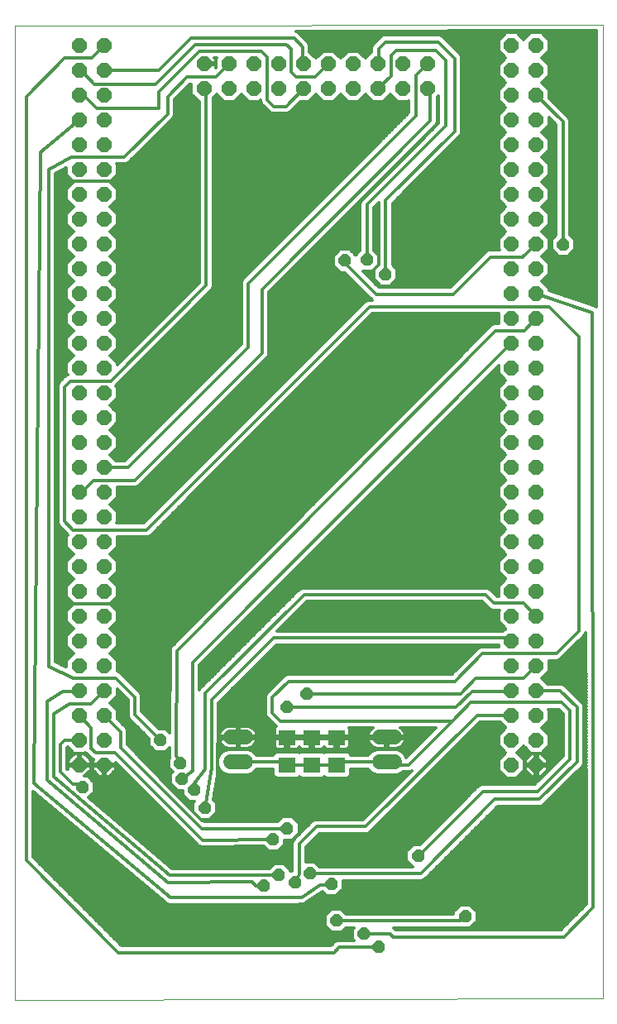
<source format=gbl>
G75*
%MOIN*%
%OFA0B0*%
%FSLAX25Y25*%
%IPPOS*%
%LPD*%
%AMOC8*
5,1,8,0,0,1.08239X$1,22.5*
%
%ADD10C,0.00000*%
%ADD11R,0.07087X0.06299*%
%ADD12C,0.06000*%
%ADD13OC8,0.06000*%
%ADD14C,0.01200*%
%ADD15OC8,0.05000*%
D10*
X0001739Y0002810D02*
X0001739Y0395311D01*
X0238660Y0395811D01*
X0238660Y0003310D01*
X0001739Y0002810D01*
D11*
X0111564Y0097430D03*
X0111564Y0108454D03*
X0121564Y0108454D03*
X0121564Y0097430D03*
X0131564Y0097430D03*
X0131564Y0108454D03*
D12*
X0148682Y0108532D02*
X0154682Y0108532D01*
X0154682Y0098532D02*
X0148682Y0098532D01*
X0094721Y0098532D02*
X0088721Y0098532D01*
X0088721Y0108532D02*
X0094721Y0108532D01*
D13*
X0037784Y0107312D03*
X0037784Y0117312D03*
X0037784Y0127312D03*
X0037784Y0137312D03*
X0037784Y0147312D03*
X0037784Y0157312D03*
X0037784Y0167312D03*
X0037784Y0177312D03*
X0037784Y0187312D03*
X0037784Y0197312D03*
X0037784Y0207312D03*
X0037784Y0217312D03*
X0037784Y0227312D03*
X0037784Y0237312D03*
X0037784Y0247312D03*
X0037784Y0257312D03*
X0037784Y0267312D03*
X0037784Y0277312D03*
X0037784Y0287312D03*
X0037784Y0297312D03*
X0037784Y0307312D03*
X0037784Y0317312D03*
X0037784Y0327312D03*
X0037784Y0337312D03*
X0037784Y0347312D03*
X0037784Y0357312D03*
X0037784Y0367312D03*
X0037784Y0377312D03*
X0037784Y0387312D03*
X0027784Y0387312D03*
X0027784Y0377312D03*
X0027784Y0367312D03*
X0027784Y0357312D03*
X0027784Y0347312D03*
X0027784Y0337312D03*
X0027784Y0327312D03*
X0027784Y0317312D03*
X0027784Y0307312D03*
X0027784Y0297312D03*
X0027784Y0287312D03*
X0027784Y0277312D03*
X0027784Y0267312D03*
X0027784Y0257312D03*
X0027784Y0247312D03*
X0027784Y0237312D03*
X0027784Y0227312D03*
X0027784Y0217312D03*
X0027784Y0207312D03*
X0027784Y0197312D03*
X0027784Y0187312D03*
X0027784Y0177312D03*
X0027784Y0167312D03*
X0027784Y0157312D03*
X0027784Y0147312D03*
X0027784Y0137312D03*
X0027784Y0127312D03*
X0027784Y0117312D03*
X0027784Y0107312D03*
X0027784Y0097312D03*
X0037784Y0097312D03*
X0201957Y0097312D03*
X0201957Y0107312D03*
X0201957Y0117312D03*
X0201957Y0127312D03*
X0201957Y0137312D03*
X0201957Y0147312D03*
X0201957Y0157312D03*
X0201957Y0167312D03*
X0201957Y0177312D03*
X0201957Y0187312D03*
X0201957Y0197312D03*
X0201957Y0207312D03*
X0201957Y0217312D03*
X0201957Y0227312D03*
X0201957Y0237312D03*
X0201957Y0247312D03*
X0201957Y0257312D03*
X0201957Y0267312D03*
X0201957Y0277312D03*
X0201957Y0287312D03*
X0201957Y0297312D03*
X0201957Y0307312D03*
X0201957Y0317312D03*
X0201957Y0327312D03*
X0201957Y0337312D03*
X0201957Y0347312D03*
X0201957Y0357312D03*
X0201957Y0367312D03*
X0201957Y0377312D03*
X0201957Y0387312D03*
X0211957Y0387312D03*
X0211957Y0377312D03*
X0211957Y0367312D03*
X0211957Y0357312D03*
X0211957Y0347312D03*
X0211957Y0337312D03*
X0211957Y0327312D03*
X0211957Y0317312D03*
X0211957Y0307312D03*
X0211957Y0297312D03*
X0211957Y0287312D03*
X0211957Y0277312D03*
X0211957Y0267312D03*
X0211957Y0257312D03*
X0211957Y0247312D03*
X0211957Y0237312D03*
X0211957Y0227312D03*
X0211957Y0217312D03*
X0211957Y0207312D03*
X0211957Y0197312D03*
X0211957Y0187312D03*
X0211957Y0177312D03*
X0211957Y0167312D03*
X0211957Y0157312D03*
X0211957Y0147312D03*
X0211957Y0137312D03*
X0211957Y0127312D03*
X0211957Y0117312D03*
X0211957Y0107312D03*
X0211957Y0097312D03*
X0168139Y0369910D03*
X0168139Y0379910D03*
X0158139Y0379910D03*
X0158139Y0369910D03*
X0148139Y0369910D03*
X0148139Y0379910D03*
X0138139Y0379910D03*
X0138139Y0369910D03*
X0128139Y0369910D03*
X0128139Y0379910D03*
X0118139Y0379910D03*
X0118139Y0369910D03*
X0108139Y0369910D03*
X0108139Y0379910D03*
X0098139Y0379910D03*
X0098139Y0369910D03*
X0088139Y0369910D03*
X0088139Y0379910D03*
X0078139Y0379910D03*
X0078139Y0369910D03*
D14*
X0078939Y0369110D01*
X0078939Y0290610D01*
X0040439Y0252110D01*
X0024139Y0252110D01*
X0021839Y0249810D01*
X0021839Y0195510D01*
X0025239Y0192110D01*
X0054839Y0192110D01*
X0144739Y0282010D01*
X0217239Y0282010D01*
X0229239Y0270010D01*
X0229239Y0151410D01*
X0220039Y0142210D01*
X0190239Y0142210D01*
X0179139Y0131110D01*
X0112239Y0131110D01*
X0105639Y0124510D01*
X0105639Y0118210D01*
X0108739Y0115110D01*
X0178139Y0115110D01*
X0160439Y0097410D01*
X0152804Y0097410D01*
X0151682Y0098532D01*
X0132666Y0098532D01*
X0131564Y0097430D01*
X0121564Y0097430D01*
X0111564Y0097430D01*
X0110461Y0098532D01*
X0091721Y0098532D01*
X0087687Y0093332D02*
X0095756Y0093332D01*
X0097667Y0094124D01*
X0099130Y0095587D01*
X0099190Y0095732D01*
X0105820Y0095732D01*
X0105820Y0093369D01*
X0107109Y0092080D01*
X0116018Y0092080D01*
X0116564Y0092626D01*
X0117109Y0092080D01*
X0126018Y0092080D01*
X0126564Y0092626D01*
X0127109Y0092080D01*
X0136018Y0092080D01*
X0137307Y0093369D01*
X0137307Y0095732D01*
X0144213Y0095732D01*
X0144274Y0095587D01*
X0145736Y0094124D01*
X0147648Y0093332D01*
X0155716Y0093332D01*
X0157627Y0094124D01*
X0158114Y0094610D01*
X0160996Y0094610D01*
X0161650Y0094881D01*
X0142079Y0075310D01*
X0122882Y0075310D01*
X0121853Y0074884D01*
X0114853Y0067884D01*
X0114065Y0067096D01*
X0113639Y0066067D01*
X0113639Y0054710D01*
X0112939Y0054710D01*
X0112939Y0054857D01*
X0110185Y0057610D01*
X0106292Y0057610D01*
X0104392Y0055710D01*
X0065264Y0055710D01*
X0031638Y0084163D01*
X0033739Y0086263D01*
X0033739Y0090157D01*
X0030985Y0092910D01*
X0029888Y0092910D01*
X0032384Y0095406D01*
X0032384Y0096912D01*
X0028184Y0096912D01*
X0028184Y0097712D01*
X0027384Y0097712D01*
X0027384Y0096912D01*
X0023184Y0096912D01*
X0023184Y0095524D01*
X0022939Y0095770D01*
X0022939Y0104350D01*
X0023100Y0104512D01*
X0023230Y0104512D01*
X0025630Y0102112D01*
X0029938Y0102112D01*
X0030308Y0102481D01*
X0031053Y0101737D01*
X0032753Y0100037D01*
X0033637Y0099670D01*
X0033184Y0099217D01*
X0033184Y0097712D01*
X0037384Y0097712D01*
X0037384Y0096912D01*
X0033184Y0096912D01*
X0033184Y0095406D01*
X0035879Y0092712D01*
X0037384Y0092712D01*
X0037384Y0096912D01*
X0038184Y0096912D01*
X0038184Y0092712D01*
X0039690Y0092712D01*
X0042384Y0095406D01*
X0042384Y0096912D01*
X0038184Y0096912D01*
X0038184Y0097712D01*
X0042384Y0097712D01*
X0042384Y0098205D01*
X0075076Y0065513D01*
X0075082Y0065499D01*
X0075469Y0065120D01*
X0075853Y0064737D01*
X0075867Y0064731D01*
X0075878Y0064720D01*
X0076381Y0064518D01*
X0076882Y0064310D01*
X0076897Y0064310D01*
X0076911Y0064305D01*
X0077453Y0064310D01*
X0077996Y0064310D01*
X0078010Y0064316D01*
X0102132Y0064570D01*
X0103992Y0062710D01*
X0107885Y0062710D01*
X0110639Y0065463D01*
X0110639Y0067110D01*
X0113585Y0067110D01*
X0116339Y0069863D01*
X0116339Y0073757D01*
X0113585Y0076510D01*
X0109692Y0076510D01*
X0107692Y0074510D01*
X0078198Y0074510D01*
X0077298Y0075410D01*
X0080285Y0075410D01*
X0083039Y0078163D01*
X0083039Y0082057D01*
X0081777Y0083318D01*
X0083623Y0093330D01*
X0083701Y0093490D01*
X0083724Y0093873D01*
X0083793Y0094250D01*
X0083756Y0094424D01*
X0083806Y0095275D01*
X0083839Y0095353D01*
X0083839Y0095828D01*
X0083866Y0096302D01*
X0083839Y0096382D01*
X0083839Y0096732D01*
X0084313Y0095587D01*
X0085776Y0094124D01*
X0087687Y0093332D01*
X0087538Y0093394D02*
X0083655Y0093394D01*
X0083766Y0094593D02*
X0085307Y0094593D01*
X0084228Y0095791D02*
X0083839Y0095791D01*
X0081039Y0095910D02*
X0080939Y0094210D01*
X0078339Y0080110D01*
X0081490Y0076615D02*
X0143384Y0076615D01*
X0144582Y0077813D02*
X0082689Y0077813D01*
X0083639Y0077510D02*
X0081139Y0075010D01*
X0077139Y0075010D01*
X0060539Y0091610D01*
X0060539Y0096410D01*
X0058116Y0094593D02*
X0065309Y0094593D01*
X0065342Y0094560D02*
X0064539Y0093757D01*
X0064539Y0089863D01*
X0067292Y0087110D01*
X0069339Y0087110D01*
X0069339Y0085363D01*
X0072092Y0082610D01*
X0074192Y0082610D01*
X0073639Y0082057D01*
X0073639Y0079070D01*
X0047139Y0105570D01*
X0047139Y0111314D01*
X0046712Y0112344D01*
X0042984Y0116072D01*
X0042984Y0119466D01*
X0040138Y0122312D01*
X0042984Y0125158D01*
X0042984Y0128005D01*
X0047339Y0123650D01*
X0047339Y0117153D01*
X0047765Y0116124D01*
X0055839Y0108050D01*
X0055839Y0105363D01*
X0058592Y0102610D01*
X0062485Y0102610D01*
X0064060Y0104185D01*
X0064040Y0101347D01*
X0063985Y0101010D01*
X0064036Y0100795D01*
X0064035Y0100573D01*
X0064163Y0100258D01*
X0064196Y0100115D01*
X0063939Y0099857D01*
X0063939Y0095963D01*
X0065342Y0094560D01*
X0064539Y0093394D02*
X0059314Y0093394D01*
X0060513Y0092196D02*
X0064539Y0092196D01*
X0064539Y0090997D02*
X0061712Y0090997D01*
X0062910Y0089799D02*
X0064603Y0089799D01*
X0064109Y0088600D02*
X0065802Y0088600D01*
X0065307Y0087402D02*
X0067000Y0087402D01*
X0066506Y0086203D02*
X0069339Y0086203D01*
X0069697Y0085005D02*
X0067704Y0085005D01*
X0068903Y0083806D02*
X0070896Y0083806D01*
X0070101Y0082608D02*
X0074189Y0082608D01*
X0073639Y0081409D02*
X0071300Y0081409D01*
X0072498Y0080210D02*
X0073639Y0080210D01*
X0074039Y0087310D02*
X0074139Y0090110D01*
X0078639Y0095510D01*
X0078639Y0126310D01*
X0118339Y0166010D01*
X0191439Y0166010D01*
X0194839Y0162610D01*
X0206659Y0162610D01*
X0211957Y0157312D01*
X0217157Y0139410D02*
X0220596Y0139410D01*
X0221625Y0139837D01*
X0230825Y0149037D01*
X0231612Y0149824D01*
X0231954Y0150649D01*
X0232137Y0041168D01*
X0221879Y0030910D01*
X0155398Y0030910D01*
X0154625Y0031684D01*
X0154320Y0031810D01*
X0181292Y0031810D01*
X0181392Y0031710D01*
X0185285Y0031710D01*
X0188039Y0034463D01*
X0188039Y0038357D01*
X0185285Y0041110D01*
X0181392Y0041110D01*
X0178639Y0038357D01*
X0178639Y0037410D01*
X0135285Y0037410D01*
X0133385Y0039310D01*
X0129492Y0039310D01*
X0126739Y0036557D01*
X0126739Y0032663D01*
X0129492Y0029910D01*
X0133385Y0029910D01*
X0135285Y0031810D01*
X0138392Y0031810D01*
X0137839Y0031257D01*
X0137839Y0027363D01*
X0138492Y0026710D01*
X0131982Y0026710D01*
X0130953Y0026284D01*
X0129179Y0024510D01*
X0044798Y0024510D01*
X0009139Y0060170D01*
X0009139Y0086674D01*
X0062545Y0041844D01*
X0062853Y0041537D01*
X0062969Y0041488D01*
X0063065Y0041408D01*
X0063480Y0041277D01*
X0063882Y0041110D01*
X0064007Y0041110D01*
X0064127Y0041072D01*
X0064561Y0041110D01*
X0115312Y0041110D01*
X0115437Y0041071D01*
X0115866Y0041110D01*
X0116296Y0041110D01*
X0116416Y0041160D01*
X0116966Y0041210D01*
X0117074Y0041210D01*
X0117362Y0041155D01*
X0117626Y0041210D01*
X0117896Y0041210D01*
X0118166Y0041322D01*
X0118452Y0041382D01*
X0118675Y0041533D01*
X0118925Y0041637D01*
X0119132Y0041843D01*
X0125695Y0046307D01*
X0127392Y0044610D01*
X0131285Y0044610D01*
X0134039Y0047363D01*
X0134039Y0050810D01*
X0165896Y0050810D01*
X0166925Y0051237D01*
X0167712Y0052024D01*
X0196398Y0080710D01*
X0213796Y0080710D01*
X0214825Y0081137D01*
X0215612Y0081924D01*
X0230712Y0097024D01*
X0231139Y0098053D01*
X0231139Y0121167D01*
X0230712Y0122196D01*
X0229925Y0122984D01*
X0223223Y0129686D01*
X0222194Y0130112D01*
X0216511Y0130112D01*
X0214311Y0132312D01*
X0217157Y0135158D01*
X0217157Y0139410D01*
X0217157Y0138938D02*
X0231974Y0138938D01*
X0231972Y0140136D02*
X0221924Y0140136D01*
X0223123Y0141335D02*
X0231970Y0141335D01*
X0231968Y0142533D02*
X0224321Y0142533D01*
X0225520Y0143732D02*
X0231966Y0143732D01*
X0231964Y0144930D02*
X0226718Y0144930D01*
X0227917Y0146129D02*
X0231962Y0146129D01*
X0231960Y0147327D02*
X0229115Y0147327D01*
X0230314Y0148526D02*
X0231958Y0148526D01*
X0231956Y0149724D02*
X0231512Y0149724D01*
X0231976Y0137739D02*
X0217157Y0137739D01*
X0217157Y0136541D02*
X0231978Y0136541D01*
X0231980Y0135342D02*
X0217157Y0135342D01*
X0216143Y0134144D02*
X0231982Y0134144D01*
X0231984Y0132945D02*
X0214945Y0132945D01*
X0214877Y0131746D02*
X0231986Y0131746D01*
X0231988Y0130548D02*
X0216075Y0130548D01*
X0211957Y0127312D02*
X0221637Y0127312D01*
X0228339Y0120610D01*
X0228339Y0098610D01*
X0213239Y0083510D01*
X0195239Y0083510D01*
X0165339Y0053610D01*
X0136739Y0053610D01*
X0120739Y0053610D01*
X0123557Y0057439D02*
X0160963Y0057439D01*
X0161992Y0056410D02*
X0159639Y0058763D01*
X0159639Y0062657D01*
X0162392Y0065410D01*
X0165079Y0065410D01*
X0187965Y0088296D01*
X0187965Y0088296D01*
X0188753Y0089084D01*
X0189782Y0089510D01*
X0211279Y0089510D01*
X0222739Y0100970D01*
X0222739Y0118050D01*
X0220979Y0119810D01*
X0216813Y0119810D01*
X0217157Y0119466D01*
X0217157Y0115158D01*
X0214311Y0112312D01*
X0217157Y0109466D01*
X0217157Y0105158D01*
X0214111Y0102112D01*
X0209804Y0102112D01*
X0206957Y0104958D01*
X0204311Y0102312D01*
X0207157Y0099466D01*
X0207157Y0095158D01*
X0204111Y0092112D01*
X0199804Y0092112D01*
X0196757Y0095158D01*
X0196757Y0099466D01*
X0199604Y0102312D01*
X0196757Y0105158D01*
X0196757Y0109466D01*
X0199604Y0112312D01*
X0197404Y0114512D01*
X0189200Y0114512D01*
X0145612Y0070924D01*
X0144825Y0070137D01*
X0143796Y0069710D01*
X0124598Y0069710D01*
X0119239Y0064350D01*
X0119239Y0058310D01*
X0122685Y0058310D01*
X0124585Y0056410D01*
X0161992Y0056410D01*
X0159765Y0058637D02*
X0119239Y0058637D01*
X0119239Y0059836D02*
X0159639Y0059836D01*
X0159639Y0061034D02*
X0119239Y0061034D01*
X0119239Y0062233D02*
X0159639Y0062233D01*
X0160413Y0063431D02*
X0119239Y0063431D01*
X0119518Y0064630D02*
X0161611Y0064630D01*
X0165497Y0065828D02*
X0120716Y0065828D01*
X0121915Y0067027D02*
X0166695Y0067027D01*
X0167894Y0068225D02*
X0123114Y0068225D01*
X0124312Y0069424D02*
X0169092Y0069424D01*
X0170291Y0070622D02*
X0145311Y0070622D01*
X0146509Y0071821D02*
X0171489Y0071821D01*
X0172688Y0073019D02*
X0147708Y0073019D01*
X0148906Y0074218D02*
X0173887Y0074218D01*
X0175085Y0075416D02*
X0150105Y0075416D01*
X0151303Y0076615D02*
X0176284Y0076615D01*
X0177482Y0077813D02*
X0152502Y0077813D01*
X0153700Y0079012D02*
X0178681Y0079012D01*
X0179879Y0080210D02*
X0154899Y0080210D01*
X0156097Y0081409D02*
X0181078Y0081409D01*
X0182276Y0082608D02*
X0157296Y0082608D01*
X0158494Y0083806D02*
X0183475Y0083806D01*
X0184673Y0085005D02*
X0159693Y0085005D01*
X0160891Y0086203D02*
X0185872Y0086203D01*
X0187070Y0087402D02*
X0162090Y0087402D01*
X0163288Y0088600D02*
X0188269Y0088600D01*
X0190339Y0086710D02*
X0212439Y0086710D01*
X0225539Y0099810D01*
X0225539Y0119210D01*
X0222139Y0122610D01*
X0185639Y0122610D01*
X0178139Y0115110D01*
X0179539Y0120510D02*
X0186239Y0126910D01*
X0201556Y0126910D01*
X0201957Y0127312D01*
X0206856Y0132210D02*
X0211957Y0137312D01*
X0206856Y0132210D02*
X0187439Y0132210D01*
X0181339Y0126110D01*
X0119539Y0126010D01*
X0111339Y0120510D02*
X0179539Y0120510D01*
X0187258Y0112570D02*
X0199345Y0112570D01*
X0198664Y0111372D02*
X0186060Y0111372D01*
X0184861Y0110173D02*
X0197465Y0110173D01*
X0196757Y0108975D02*
X0183663Y0108975D01*
X0182464Y0107776D02*
X0196757Y0107776D01*
X0196757Y0106578D02*
X0181266Y0106578D01*
X0180067Y0105379D02*
X0196757Y0105379D01*
X0197735Y0104181D02*
X0178869Y0104181D01*
X0177670Y0102982D02*
X0198933Y0102982D01*
X0199075Y0101784D02*
X0176472Y0101784D01*
X0175273Y0100585D02*
X0197877Y0100585D01*
X0196757Y0099387D02*
X0174075Y0099387D01*
X0172876Y0098188D02*
X0196757Y0098188D01*
X0196757Y0096990D02*
X0171678Y0096990D01*
X0170479Y0095791D02*
X0196757Y0095791D01*
X0197323Y0094593D02*
X0169281Y0094593D01*
X0168082Y0093394D02*
X0198521Y0093394D01*
X0199720Y0092196D02*
X0166884Y0092196D01*
X0165685Y0090997D02*
X0212766Y0090997D01*
X0213964Y0092196D02*
X0204195Y0092196D01*
X0205394Y0093394D02*
X0209370Y0093394D01*
X0210052Y0092712D02*
X0207357Y0095406D01*
X0207357Y0096912D01*
X0211557Y0096912D01*
X0211557Y0097712D01*
X0207357Y0097712D01*
X0207357Y0099217D01*
X0210052Y0101912D01*
X0211557Y0101912D01*
X0211557Y0097712D01*
X0212357Y0097712D01*
X0212357Y0101912D01*
X0213863Y0101912D01*
X0216557Y0099217D01*
X0216557Y0097712D01*
X0212358Y0097712D01*
X0212358Y0096912D01*
X0216557Y0096912D01*
X0216557Y0095406D01*
X0213863Y0092712D01*
X0212357Y0092712D01*
X0212357Y0096912D01*
X0211557Y0096912D01*
X0211557Y0092712D01*
X0210052Y0092712D01*
X0211557Y0093394D02*
X0212357Y0093394D01*
X0212357Y0094593D02*
X0211557Y0094593D01*
X0211557Y0095791D02*
X0212357Y0095791D01*
X0212358Y0096990D02*
X0218758Y0096990D01*
X0219957Y0098188D02*
X0216557Y0098188D01*
X0216388Y0099387D02*
X0221155Y0099387D01*
X0222354Y0100585D02*
X0215189Y0100585D01*
X0213991Y0101784D02*
X0222739Y0101784D01*
X0222739Y0102982D02*
X0214982Y0102982D01*
X0216180Y0104181D02*
X0222739Y0104181D01*
X0222739Y0105379D02*
X0217157Y0105379D01*
X0217157Y0106578D02*
X0222739Y0106578D01*
X0222739Y0107776D02*
X0217157Y0107776D01*
X0217157Y0108975D02*
X0222739Y0108975D01*
X0222739Y0110173D02*
X0216450Y0110173D01*
X0215251Y0111372D02*
X0222739Y0111372D01*
X0222739Y0112570D02*
X0214570Y0112570D01*
X0215768Y0113769D02*
X0222739Y0113769D01*
X0222739Y0114967D02*
X0216967Y0114967D01*
X0217157Y0116166D02*
X0222739Y0116166D01*
X0222739Y0117364D02*
X0217157Y0117364D01*
X0217157Y0118563D02*
X0222226Y0118563D01*
X0221028Y0119761D02*
X0216862Y0119761D01*
X0223559Y0129349D02*
X0231990Y0129349D01*
X0231992Y0128151D02*
X0224758Y0128151D01*
X0225956Y0126952D02*
X0231994Y0126952D01*
X0231996Y0125754D02*
X0227155Y0125754D01*
X0228353Y0124555D02*
X0231998Y0124555D01*
X0232000Y0123357D02*
X0229552Y0123357D01*
X0230728Y0122158D02*
X0232002Y0122158D01*
X0232004Y0120960D02*
X0231139Y0120960D01*
X0231139Y0119761D02*
X0232006Y0119761D01*
X0232008Y0118563D02*
X0231139Y0118563D01*
X0231139Y0117364D02*
X0232010Y0117364D01*
X0232012Y0116166D02*
X0231139Y0116166D01*
X0231139Y0114967D02*
X0232014Y0114967D01*
X0232016Y0113769D02*
X0231139Y0113769D01*
X0231139Y0112570D02*
X0232018Y0112570D01*
X0232020Y0111372D02*
X0231139Y0111372D01*
X0231139Y0110173D02*
X0232022Y0110173D01*
X0232023Y0108975D02*
X0231139Y0108975D01*
X0231139Y0107776D02*
X0232026Y0107776D01*
X0232028Y0106578D02*
X0231139Y0106578D01*
X0231139Y0105379D02*
X0232030Y0105379D01*
X0232032Y0104181D02*
X0231139Y0104181D01*
X0231139Y0102982D02*
X0232034Y0102982D01*
X0232036Y0101784D02*
X0231139Y0101784D01*
X0231139Y0100585D02*
X0232037Y0100585D01*
X0232040Y0099387D02*
X0231139Y0099387D01*
X0231139Y0098188D02*
X0232041Y0098188D01*
X0232044Y0096990D02*
X0230678Y0096990D01*
X0229479Y0095791D02*
X0232045Y0095791D01*
X0232048Y0094593D02*
X0228281Y0094593D01*
X0227082Y0093394D02*
X0232050Y0093394D01*
X0232052Y0092196D02*
X0225884Y0092196D01*
X0224685Y0090997D02*
X0232054Y0090997D01*
X0232055Y0089799D02*
X0223487Y0089799D01*
X0222288Y0088600D02*
X0232058Y0088600D01*
X0232059Y0087402D02*
X0221090Y0087402D01*
X0219891Y0086203D02*
X0232062Y0086203D01*
X0232063Y0085005D02*
X0218693Y0085005D01*
X0217494Y0083806D02*
X0232066Y0083806D01*
X0232067Y0082608D02*
X0216296Y0082608D01*
X0215097Y0081409D02*
X0232070Y0081409D01*
X0232071Y0080210D02*
X0195899Y0080210D01*
X0194700Y0079012D02*
X0232073Y0079012D01*
X0232076Y0077813D02*
X0193502Y0077813D01*
X0192303Y0076615D02*
X0232077Y0076615D01*
X0232080Y0075416D02*
X0191105Y0075416D01*
X0189906Y0074218D02*
X0232081Y0074218D01*
X0232084Y0073019D02*
X0188708Y0073019D01*
X0187509Y0071821D02*
X0232085Y0071821D01*
X0232087Y0070622D02*
X0186311Y0070622D01*
X0185112Y0069424D02*
X0232089Y0069424D01*
X0232091Y0068225D02*
X0183914Y0068225D01*
X0182715Y0067027D02*
X0232093Y0067027D01*
X0232095Y0065828D02*
X0181516Y0065828D01*
X0180318Y0064630D02*
X0232098Y0064630D01*
X0232099Y0063431D02*
X0179119Y0063431D01*
X0177921Y0062233D02*
X0232102Y0062233D01*
X0232103Y0061034D02*
X0176722Y0061034D01*
X0175524Y0059836D02*
X0232105Y0059836D01*
X0232107Y0058637D02*
X0174325Y0058637D01*
X0173127Y0057439D02*
X0232109Y0057439D01*
X0232111Y0056240D02*
X0171928Y0056240D01*
X0170730Y0055042D02*
X0232113Y0055042D01*
X0232115Y0053843D02*
X0169531Y0053843D01*
X0168333Y0052645D02*
X0232117Y0052645D01*
X0232120Y0051446D02*
X0167134Y0051446D01*
X0164339Y0060710D02*
X0190339Y0086710D01*
X0206592Y0094593D02*
X0208171Y0094593D01*
X0207357Y0095791D02*
X0207157Y0095791D01*
X0207157Y0096990D02*
X0211557Y0096990D01*
X0211557Y0098188D02*
X0212357Y0098188D01*
X0212357Y0099387D02*
X0211557Y0099387D01*
X0211557Y0100585D02*
X0212357Y0100585D01*
X0212357Y0101784D02*
X0211557Y0101784D01*
X0209924Y0101784D02*
X0204839Y0101784D01*
X0204982Y0102982D02*
X0208933Y0102982D01*
X0207735Y0104181D02*
X0206180Y0104181D01*
X0206038Y0100585D02*
X0208725Y0100585D01*
X0207527Y0099387D02*
X0207157Y0099387D01*
X0207157Y0098188D02*
X0207357Y0098188D01*
X0211567Y0089799D02*
X0164487Y0089799D01*
X0160163Y0093394D02*
X0155866Y0093394D01*
X0158096Y0094593D02*
X0161361Y0094593D01*
X0158964Y0092196D02*
X0136134Y0092196D01*
X0137307Y0093394D02*
X0147498Y0093394D01*
X0145268Y0094593D02*
X0137307Y0094593D01*
X0137307Y0101332D02*
X0137307Y0101491D01*
X0136018Y0102780D01*
X0127109Y0102780D01*
X0126564Y0102234D01*
X0126018Y0102780D01*
X0117109Y0102780D01*
X0116564Y0102234D01*
X0116018Y0102780D01*
X0107109Y0102780D01*
X0105820Y0101491D01*
X0105820Y0101332D01*
X0099190Y0101332D01*
X0099130Y0101478D01*
X0097667Y0102941D01*
X0095756Y0103732D01*
X0087687Y0103732D01*
X0085776Y0102941D01*
X0084313Y0101478D01*
X0083839Y0100333D01*
X0083839Y0122350D01*
X0107198Y0145710D01*
X0196757Y0145710D01*
X0196757Y0145158D01*
X0196905Y0145010D01*
X0189682Y0145010D01*
X0188653Y0144584D01*
X0187865Y0143796D01*
X0177979Y0133910D01*
X0111682Y0133910D01*
X0110653Y0133484D01*
X0109865Y0132696D01*
X0103265Y0126096D01*
X0102839Y0125067D01*
X0102839Y0117653D01*
X0103265Y0116624D01*
X0104053Y0115837D01*
X0107022Y0112867D01*
X0106740Y0112586D01*
X0106530Y0112221D01*
X0106420Y0111814D01*
X0106420Y0109054D01*
X0110964Y0109054D01*
X0110964Y0107854D01*
X0106420Y0107854D01*
X0106420Y0105093D01*
X0106530Y0104686D01*
X0106740Y0104322D01*
X0107038Y0104024D01*
X0107403Y0103813D01*
X0107810Y0103704D01*
X0110964Y0103704D01*
X0110964Y0107853D01*
X0112164Y0107853D01*
X0112164Y0103704D01*
X0115318Y0103704D01*
X0115725Y0103813D01*
X0116090Y0104024D01*
X0116387Y0104322D01*
X0116564Y0104627D01*
X0116740Y0104322D01*
X0117038Y0104024D01*
X0117403Y0103813D01*
X0117810Y0103704D01*
X0120964Y0103704D01*
X0120964Y0107853D01*
X0122164Y0107853D01*
X0122164Y0103704D01*
X0125318Y0103704D01*
X0125725Y0103813D01*
X0126090Y0104024D01*
X0126387Y0104322D01*
X0126564Y0104627D01*
X0126740Y0104322D01*
X0127038Y0104024D01*
X0127403Y0103813D01*
X0127810Y0103704D01*
X0130964Y0103704D01*
X0130964Y0107853D01*
X0132164Y0107853D01*
X0132164Y0103704D01*
X0135318Y0103704D01*
X0135725Y0103813D01*
X0136090Y0104024D01*
X0136387Y0104322D01*
X0136598Y0104686D01*
X0136707Y0105093D01*
X0136707Y0107854D01*
X0132164Y0107854D01*
X0132164Y0109054D01*
X0136707Y0109054D01*
X0136707Y0111814D01*
X0136598Y0112221D01*
X0136546Y0112310D01*
X0146056Y0112310D01*
X0145685Y0112041D01*
X0145173Y0111529D01*
X0144748Y0110943D01*
X0144419Y0110298D01*
X0144195Y0109609D01*
X0144088Y0108932D01*
X0151282Y0108932D01*
X0151282Y0108132D01*
X0152082Y0108132D01*
X0152082Y0103932D01*
X0155044Y0103932D01*
X0155759Y0104046D01*
X0156448Y0104269D01*
X0157093Y0104598D01*
X0157679Y0105024D01*
X0158191Y0105536D01*
X0158616Y0106121D01*
X0158945Y0106766D01*
X0159169Y0107455D01*
X0159276Y0108132D01*
X0152082Y0108132D01*
X0152082Y0108932D01*
X0159276Y0108932D01*
X0159169Y0109609D01*
X0158945Y0110298D01*
X0158616Y0110943D01*
X0158191Y0111529D01*
X0157679Y0112041D01*
X0157308Y0112310D01*
X0171379Y0112310D01*
X0159517Y0100448D01*
X0159090Y0101478D01*
X0157627Y0102941D01*
X0155716Y0103732D01*
X0147648Y0103732D01*
X0145736Y0102941D01*
X0144274Y0101478D01*
X0144213Y0101332D01*
X0137307Y0101332D01*
X0137014Y0101784D02*
X0144579Y0101784D01*
X0145837Y0102982D02*
X0097566Y0102982D01*
X0097132Y0104598D02*
X0097718Y0105024D01*
X0098230Y0105536D01*
X0098656Y0106121D01*
X0098984Y0106766D01*
X0099208Y0107455D01*
X0099315Y0108132D01*
X0092121Y0108132D01*
X0092121Y0103932D01*
X0095083Y0103932D01*
X0095798Y0104046D01*
X0096487Y0104269D01*
X0097132Y0104598D01*
X0096214Y0104181D02*
X0106881Y0104181D01*
X0106420Y0105379D02*
X0098074Y0105379D01*
X0098888Y0106578D02*
X0106420Y0106578D01*
X0106420Y0107776D02*
X0099259Y0107776D01*
X0099315Y0108932D02*
X0099208Y0109609D01*
X0098984Y0110298D01*
X0098656Y0110943D01*
X0098230Y0111529D01*
X0097718Y0112041D01*
X0097132Y0112467D01*
X0096487Y0112795D01*
X0095798Y0113019D01*
X0095083Y0113132D01*
X0092121Y0113132D01*
X0092121Y0108932D01*
X0091321Y0108932D01*
X0091321Y0108132D01*
X0092121Y0108132D01*
X0092121Y0108932D01*
X0099315Y0108932D01*
X0099309Y0108975D02*
X0110964Y0108975D01*
X0111485Y0108532D02*
X0111564Y0108454D01*
X0121564Y0108454D01*
X0129539Y0108454D01*
X0129617Y0108532D01*
X0151682Y0108532D01*
X0151282Y0108132D02*
X0151282Y0103932D01*
X0148320Y0103932D01*
X0147605Y0104046D01*
X0146916Y0104269D01*
X0146271Y0104598D01*
X0145685Y0105024D01*
X0145173Y0105536D01*
X0144748Y0106121D01*
X0144419Y0106766D01*
X0144195Y0107455D01*
X0144088Y0108132D01*
X0151282Y0108132D01*
X0151282Y0107776D02*
X0152082Y0107776D01*
X0152082Y0106578D02*
X0151282Y0106578D01*
X0151282Y0105379D02*
X0152082Y0105379D01*
X0152082Y0104181D02*
X0151282Y0104181D01*
X0147189Y0104181D02*
X0136247Y0104181D01*
X0136707Y0105379D02*
X0145330Y0105379D01*
X0144515Y0106578D02*
X0136707Y0106578D01*
X0136707Y0107776D02*
X0144144Y0107776D01*
X0144095Y0108975D02*
X0132164Y0108975D01*
X0131564Y0108454D02*
X0129539Y0108454D01*
X0130964Y0108975D02*
X0122164Y0108975D01*
X0122164Y0109054D02*
X0126707Y0109054D01*
X0130964Y0109054D01*
X0130964Y0107854D01*
X0122164Y0107854D01*
X0122164Y0109054D01*
X0120964Y0109054D02*
X0120964Y0107854D01*
X0112164Y0107854D01*
X0112164Y0109054D01*
X0116707Y0109054D01*
X0120964Y0109054D01*
X0120964Y0108975D02*
X0112164Y0108975D01*
X0111485Y0108532D02*
X0091721Y0108532D01*
X0086261Y0108532D01*
X0083939Y0106210D01*
X0083639Y0105910D01*
X0083639Y0077510D01*
X0083039Y0079012D02*
X0145781Y0079012D01*
X0146979Y0080210D02*
X0083039Y0080210D01*
X0083039Y0081409D02*
X0148178Y0081409D01*
X0149376Y0082608D02*
X0082488Y0082608D01*
X0081867Y0083806D02*
X0150575Y0083806D01*
X0151773Y0085005D02*
X0082088Y0085005D01*
X0082309Y0086203D02*
X0152972Y0086203D01*
X0154170Y0087402D02*
X0082530Y0087402D01*
X0082751Y0088600D02*
X0155369Y0088600D01*
X0156567Y0089799D02*
X0082972Y0089799D01*
X0083193Y0090997D02*
X0157766Y0090997D01*
X0159460Y0100585D02*
X0159654Y0100585D01*
X0158784Y0101784D02*
X0160852Y0101784D01*
X0162051Y0102982D02*
X0157527Y0102982D01*
X0156175Y0104181D02*
X0163249Y0104181D01*
X0164448Y0105379D02*
X0158034Y0105379D01*
X0158849Y0106578D02*
X0165646Y0106578D01*
X0166845Y0107776D02*
X0159219Y0107776D01*
X0159269Y0108975D02*
X0168043Y0108975D01*
X0169242Y0110173D02*
X0158985Y0110173D01*
X0158305Y0111372D02*
X0170440Y0111372D01*
X0178212Y0134144D02*
X0095632Y0134144D01*
X0096830Y0135342D02*
X0179411Y0135342D01*
X0180609Y0136541D02*
X0098029Y0136541D01*
X0099227Y0137739D02*
X0181808Y0137739D01*
X0183006Y0138938D02*
X0100426Y0138938D01*
X0101624Y0140136D02*
X0184205Y0140136D01*
X0185403Y0141335D02*
X0102823Y0141335D01*
X0104021Y0142533D02*
X0186602Y0142533D01*
X0187800Y0143732D02*
X0105220Y0143732D01*
X0106418Y0144930D02*
X0189488Y0144930D01*
X0197397Y0154518D02*
X0110806Y0154518D01*
X0109608Y0153320D02*
X0198596Y0153320D01*
X0199604Y0152312D02*
X0198602Y0151310D01*
X0107598Y0151310D01*
X0119498Y0163210D01*
X0190279Y0163210D01*
X0192465Y0161024D01*
X0193253Y0160237D01*
X0194282Y0159810D01*
X0197102Y0159810D01*
X0196757Y0159466D01*
X0196757Y0155158D01*
X0199604Y0152312D01*
X0199413Y0152121D02*
X0108409Y0152121D01*
X0106039Y0148510D02*
X0113039Y0148510D01*
X0115639Y0148510D01*
X0200759Y0148510D01*
X0201957Y0147312D01*
X0196757Y0155717D02*
X0112005Y0155717D01*
X0113203Y0156915D02*
X0196757Y0156915D01*
X0196757Y0158114D02*
X0114402Y0158114D01*
X0115600Y0159312D02*
X0196757Y0159312D01*
X0192978Y0160511D02*
X0116799Y0160511D01*
X0117997Y0161709D02*
X0191780Y0161709D01*
X0190581Y0162908D02*
X0119196Y0162908D01*
X0115965Y0167596D02*
X0076265Y0127896D01*
X0076139Y0127591D01*
X0076139Y0137533D01*
X0196757Y0258152D01*
X0196757Y0255158D01*
X0199604Y0252312D01*
X0196757Y0249466D01*
X0196757Y0245158D01*
X0199604Y0242312D01*
X0196757Y0239466D01*
X0196757Y0235158D01*
X0199604Y0232312D01*
X0196757Y0229466D01*
X0196757Y0225158D01*
X0199604Y0222312D01*
X0196757Y0219466D01*
X0196757Y0215158D01*
X0199604Y0212312D01*
X0196757Y0209466D01*
X0196757Y0205158D01*
X0199604Y0202312D01*
X0196757Y0199466D01*
X0196757Y0195158D01*
X0199604Y0192312D01*
X0196757Y0189466D01*
X0196757Y0185158D01*
X0199604Y0182312D01*
X0196757Y0179466D01*
X0196757Y0175158D01*
X0199604Y0172312D01*
X0196757Y0169466D01*
X0196757Y0165410D01*
X0195998Y0165410D01*
X0193025Y0168384D01*
X0191996Y0168810D01*
X0117782Y0168810D01*
X0116753Y0168384D01*
X0115965Y0167596D01*
X0116070Y0167702D02*
X0106307Y0167702D01*
X0105109Y0166503D02*
X0114872Y0166503D01*
X0113673Y0165305D02*
X0103910Y0165305D01*
X0102712Y0164106D02*
X0112475Y0164106D01*
X0111276Y0162908D02*
X0101513Y0162908D01*
X0100315Y0161709D02*
X0110078Y0161709D01*
X0108879Y0160511D02*
X0099116Y0160511D01*
X0097918Y0159312D02*
X0107681Y0159312D01*
X0106482Y0158114D02*
X0096719Y0158114D01*
X0095521Y0156915D02*
X0105284Y0156915D01*
X0104085Y0155717D02*
X0094322Y0155717D01*
X0093124Y0154518D02*
X0102887Y0154518D01*
X0101688Y0153320D02*
X0091925Y0153320D01*
X0090727Y0152121D02*
X0100490Y0152121D01*
X0099291Y0150923D02*
X0089528Y0150923D01*
X0088330Y0149724D02*
X0098093Y0149724D01*
X0096894Y0148526D02*
X0087131Y0148526D01*
X0085933Y0147327D02*
X0095696Y0147327D01*
X0094497Y0146129D02*
X0084734Y0146129D01*
X0083536Y0144930D02*
X0093299Y0144930D01*
X0092100Y0143732D02*
X0082337Y0143732D01*
X0081139Y0142533D02*
X0090902Y0142533D01*
X0089703Y0141335D02*
X0079940Y0141335D01*
X0078742Y0140136D02*
X0088505Y0140136D01*
X0087306Y0138938D02*
X0077543Y0138938D01*
X0076344Y0137739D02*
X0086108Y0137739D01*
X0084909Y0136541D02*
X0076139Y0136541D01*
X0076139Y0135342D02*
X0083711Y0135342D01*
X0082512Y0134144D02*
X0076139Y0134144D01*
X0076139Y0132945D02*
X0081314Y0132945D01*
X0080115Y0131746D02*
X0076139Y0131746D01*
X0076139Y0130548D02*
X0078917Y0130548D01*
X0077718Y0129349D02*
X0076139Y0129349D01*
X0076139Y0128151D02*
X0076520Y0128151D01*
X0081039Y0123510D02*
X0106039Y0148510D01*
X0110114Y0132945D02*
X0094433Y0132945D01*
X0093235Y0131746D02*
X0108915Y0131746D01*
X0107717Y0130548D02*
X0092036Y0130548D01*
X0090838Y0129349D02*
X0106518Y0129349D01*
X0105320Y0128151D02*
X0089639Y0128151D01*
X0088441Y0126952D02*
X0104121Y0126952D01*
X0103123Y0125754D02*
X0087242Y0125754D01*
X0086044Y0124555D02*
X0102839Y0124555D01*
X0102839Y0123357D02*
X0084845Y0123357D01*
X0083839Y0122158D02*
X0102839Y0122158D01*
X0102839Y0120960D02*
X0083839Y0120960D01*
X0083839Y0119761D02*
X0102839Y0119761D01*
X0102839Y0118563D02*
X0083839Y0118563D01*
X0083839Y0117364D02*
X0102958Y0117364D01*
X0103723Y0116166D02*
X0083839Y0116166D01*
X0083839Y0114967D02*
X0104922Y0114967D01*
X0106120Y0113769D02*
X0083839Y0113769D01*
X0083839Y0112570D02*
X0086514Y0112570D01*
X0086310Y0112467D02*
X0085725Y0112041D01*
X0085213Y0111529D01*
X0084787Y0110943D01*
X0084458Y0110298D01*
X0084235Y0109609D01*
X0084127Y0108932D01*
X0091321Y0108932D01*
X0091321Y0113132D01*
X0088359Y0113132D01*
X0087644Y0113019D01*
X0086955Y0112795D01*
X0086310Y0112467D01*
X0085098Y0111372D02*
X0083839Y0111372D01*
X0083839Y0110173D02*
X0084418Y0110173D01*
X0084134Y0108975D02*
X0083839Y0108975D01*
X0084127Y0108132D02*
X0084235Y0107455D01*
X0084458Y0106766D01*
X0084787Y0106121D01*
X0085213Y0105536D01*
X0085725Y0105024D01*
X0086310Y0104598D01*
X0086955Y0104269D01*
X0087644Y0104046D01*
X0088359Y0103932D01*
X0091321Y0103932D01*
X0091321Y0108132D01*
X0084127Y0108132D01*
X0084184Y0107776D02*
X0083839Y0107776D01*
X0083839Y0106578D02*
X0084554Y0106578D01*
X0084039Y0106210D02*
X0083939Y0106210D01*
X0083839Y0105379D02*
X0085369Y0105379D01*
X0083839Y0104181D02*
X0087228Y0104181D01*
X0085876Y0102982D02*
X0083839Y0102982D01*
X0083839Y0101784D02*
X0084619Y0101784D01*
X0083943Y0100585D02*
X0083839Y0100585D01*
X0081039Y0095910D02*
X0081039Y0123510D01*
X0073339Y0138693D02*
X0201957Y0267312D01*
X0207056Y0272410D02*
X0195539Y0272410D01*
X0067139Y0143310D01*
X0066839Y0101110D01*
X0068639Y0098610D01*
X0068639Y0097910D01*
X0073339Y0095110D02*
X0069239Y0091710D01*
X0069239Y0091810D01*
X0073339Y0095110D02*
X0073339Y0138693D01*
X0065993Y0146129D02*
X0042984Y0146129D01*
X0042984Y0145158D02*
X0042984Y0149466D01*
X0040138Y0152312D01*
X0042984Y0155158D01*
X0042984Y0159466D01*
X0040138Y0162312D01*
X0042984Y0165158D01*
X0042984Y0169466D01*
X0040138Y0172312D01*
X0042984Y0175158D01*
X0042984Y0179466D01*
X0040138Y0182312D01*
X0042984Y0185158D01*
X0042984Y0189310D01*
X0055396Y0189310D01*
X0056425Y0189737D01*
X0145898Y0279210D01*
X0196757Y0279210D01*
X0196757Y0275210D01*
X0196092Y0275210D01*
X0196088Y0275212D01*
X0195536Y0275210D01*
X0194982Y0275210D01*
X0194978Y0275209D01*
X0194974Y0275209D01*
X0194465Y0274996D01*
X0193953Y0274784D01*
X0193950Y0274781D01*
X0193946Y0274780D01*
X0193558Y0274389D01*
X0193165Y0273996D01*
X0193163Y0273993D01*
X0065164Y0145295D01*
X0064776Y0144913D01*
X0064771Y0144900D01*
X0064761Y0144890D01*
X0064554Y0144388D01*
X0064343Y0143887D01*
X0064343Y0143873D01*
X0064337Y0143860D01*
X0064339Y0143316D01*
X0064104Y0110391D01*
X0062485Y0112010D01*
X0059798Y0112010D01*
X0052939Y0118870D01*
X0052939Y0125367D01*
X0052512Y0126396D01*
X0044912Y0133996D01*
X0044912Y0133996D01*
X0044125Y0134784D01*
X0043096Y0135210D01*
X0042984Y0135210D01*
X0042984Y0139466D01*
X0040138Y0142312D01*
X0042984Y0145158D01*
X0042756Y0144930D02*
X0064793Y0144930D01*
X0064337Y0143732D02*
X0041558Y0143732D01*
X0040359Y0142533D02*
X0064333Y0142533D01*
X0064324Y0141335D02*
X0041115Y0141335D01*
X0042314Y0140136D02*
X0064316Y0140136D01*
X0064307Y0138938D02*
X0042984Y0138938D01*
X0042984Y0137739D02*
X0064299Y0137739D01*
X0064290Y0136541D02*
X0042984Y0136541D01*
X0042984Y0135342D02*
X0064282Y0135342D01*
X0064273Y0134144D02*
X0044765Y0134144D01*
X0045964Y0132945D02*
X0064265Y0132945D01*
X0064256Y0131746D02*
X0047162Y0131746D01*
X0048361Y0130548D02*
X0064248Y0130548D01*
X0064239Y0129349D02*
X0049559Y0129349D01*
X0050758Y0128151D02*
X0064231Y0128151D01*
X0064222Y0126952D02*
X0051956Y0126952D01*
X0052778Y0125754D02*
X0064214Y0125754D01*
X0064205Y0124555D02*
X0052939Y0124555D01*
X0052939Y0123357D02*
X0064197Y0123357D01*
X0064188Y0122158D02*
X0052939Y0122158D01*
X0052939Y0120960D02*
X0064180Y0120960D01*
X0064171Y0119761D02*
X0052939Y0119761D01*
X0053246Y0118563D02*
X0064163Y0118563D01*
X0064154Y0117364D02*
X0054444Y0117364D01*
X0055643Y0116166D02*
X0064146Y0116166D01*
X0064137Y0114967D02*
X0056841Y0114967D01*
X0058040Y0113769D02*
X0064129Y0113769D01*
X0064120Y0112570D02*
X0059238Y0112570D01*
X0062039Y0116810D02*
X0062639Y0142410D01*
X0041739Y0162410D01*
X0022839Y0162410D01*
X0018839Y0163410D01*
X0018839Y0329010D01*
X0024839Y0332810D01*
X0045339Y0332810D01*
X0069439Y0356910D01*
X0065729Y0358265D02*
X0076139Y0358265D01*
X0076139Y0357067D02*
X0064555Y0357067D01*
X0064925Y0357437D02*
X0065712Y0358224D01*
X0066139Y0359253D01*
X0066139Y0365650D01*
X0072298Y0371810D01*
X0072939Y0371810D01*
X0072939Y0367756D01*
X0075985Y0364710D01*
X0076139Y0364710D01*
X0076139Y0291770D01*
X0042984Y0258616D01*
X0042984Y0259466D01*
X0040138Y0262312D01*
X0042984Y0265158D01*
X0042984Y0269466D01*
X0040138Y0272312D01*
X0042984Y0275158D01*
X0042984Y0279466D01*
X0040138Y0282312D01*
X0042984Y0285158D01*
X0042984Y0289466D01*
X0040138Y0292312D01*
X0042984Y0295158D01*
X0042984Y0299466D01*
X0040138Y0302312D01*
X0042984Y0305158D01*
X0042984Y0309466D01*
X0040138Y0312312D01*
X0042984Y0315158D01*
X0042984Y0319466D01*
X0040138Y0322312D01*
X0042984Y0325158D01*
X0042984Y0329466D01*
X0040138Y0332312D01*
X0042984Y0335158D01*
X0042984Y0339466D01*
X0042840Y0339610D01*
X0046496Y0339610D01*
X0047525Y0340037D01*
X0064925Y0357437D01*
X0063356Y0355868D02*
X0076139Y0355868D01*
X0076139Y0354670D02*
X0062158Y0354670D01*
X0060959Y0353471D02*
X0076139Y0353471D01*
X0076139Y0352273D02*
X0059761Y0352273D01*
X0058562Y0351074D02*
X0076139Y0351074D01*
X0076139Y0349876D02*
X0057364Y0349876D01*
X0056165Y0348677D02*
X0076139Y0348677D01*
X0076139Y0347479D02*
X0054967Y0347479D01*
X0053768Y0346280D02*
X0076139Y0346280D01*
X0076139Y0345081D02*
X0052570Y0345081D01*
X0051371Y0343883D02*
X0076139Y0343883D01*
X0076139Y0342684D02*
X0050173Y0342684D01*
X0048974Y0341486D02*
X0076139Y0341486D01*
X0076139Y0340287D02*
X0047776Y0340287D01*
X0045939Y0342410D02*
X0063339Y0359810D01*
X0063339Y0366810D01*
X0071139Y0374610D01*
X0082839Y0374610D01*
X0088139Y0379910D01*
X0082939Y0379838D02*
X0078539Y0379838D01*
X0078539Y0379510D02*
X0078539Y0380310D01*
X0082739Y0380310D01*
X0082739Y0381816D01*
X0082244Y0382310D01*
X0083185Y0382310D01*
X0082939Y0382064D01*
X0082939Y0378670D01*
X0082739Y0378470D01*
X0082739Y0379510D01*
X0078539Y0379510D01*
X0076239Y0385110D02*
X0101239Y0385110D01*
X0103639Y0382710D01*
X0103639Y0365210D01*
X0106039Y0362810D01*
X0111039Y0362810D01*
X0118139Y0369910D01*
X0122237Y0366655D02*
X0124040Y0366655D01*
X0123139Y0367556D02*
X0125985Y0364710D01*
X0130292Y0364710D01*
X0133139Y0367556D01*
X0135985Y0364710D01*
X0140292Y0364710D01*
X0143139Y0367556D01*
X0145985Y0364710D01*
X0150292Y0364710D01*
X0153139Y0367556D01*
X0155985Y0364710D01*
X0160292Y0364710D01*
X0160639Y0365056D01*
X0160639Y0360170D01*
X0093465Y0292996D01*
X0093039Y0291967D01*
X0093039Y0290853D01*
X0093039Y0266970D01*
X0046180Y0220112D01*
X0042338Y0220112D01*
X0040138Y0222312D01*
X0042984Y0225158D01*
X0042984Y0229466D01*
X0040138Y0232312D01*
X0042984Y0235158D01*
X0042984Y0239466D01*
X0040138Y0242312D01*
X0042984Y0245158D01*
X0042984Y0249466D01*
X0042369Y0250081D01*
X0042812Y0250524D01*
X0081312Y0289024D01*
X0081739Y0290053D01*
X0081739Y0366156D01*
X0083139Y0367556D01*
X0085985Y0364710D01*
X0090292Y0364710D01*
X0093139Y0367556D01*
X0095985Y0364710D01*
X0100292Y0364710D01*
X0100839Y0365256D01*
X0100839Y0364653D01*
X0101265Y0363624D01*
X0103665Y0361224D01*
X0104453Y0360437D01*
X0105482Y0360010D01*
X0111596Y0360010D01*
X0112625Y0360437D01*
X0116898Y0364710D01*
X0120292Y0364710D01*
X0123139Y0367556D01*
X0125239Y0365456D02*
X0121038Y0365456D01*
X0116446Y0364258D02*
X0160639Y0364258D01*
X0160639Y0363059D02*
X0115247Y0363059D01*
X0114049Y0361861D02*
X0160639Y0361861D01*
X0160639Y0360662D02*
X0112850Y0360662D01*
X0104227Y0360662D02*
X0081739Y0360662D01*
X0081739Y0359464D02*
X0159932Y0359464D01*
X0158734Y0358265D02*
X0081739Y0358265D01*
X0081739Y0357067D02*
X0157535Y0357067D01*
X0156337Y0355868D02*
X0081739Y0355868D01*
X0081739Y0354670D02*
X0155138Y0354670D01*
X0153940Y0353471D02*
X0081739Y0353471D01*
X0081739Y0352273D02*
X0152741Y0352273D01*
X0151543Y0351074D02*
X0081739Y0351074D01*
X0081739Y0349876D02*
X0150344Y0349876D01*
X0149146Y0348677D02*
X0081739Y0348677D01*
X0081739Y0347479D02*
X0147947Y0347479D01*
X0146749Y0346280D02*
X0081739Y0346280D01*
X0081739Y0345081D02*
X0145550Y0345081D01*
X0144352Y0343883D02*
X0081739Y0343883D01*
X0081739Y0342684D02*
X0143153Y0342684D01*
X0141955Y0341486D02*
X0081739Y0341486D01*
X0081739Y0340287D02*
X0140756Y0340287D01*
X0139557Y0339089D02*
X0081739Y0339089D01*
X0081739Y0337890D02*
X0138359Y0337890D01*
X0137160Y0336692D02*
X0081739Y0336692D01*
X0081739Y0335493D02*
X0135962Y0335493D01*
X0134763Y0334295D02*
X0081739Y0334295D01*
X0081739Y0333096D02*
X0133565Y0333096D01*
X0132366Y0331898D02*
X0081739Y0331898D01*
X0081739Y0330699D02*
X0131168Y0330699D01*
X0129969Y0329501D02*
X0081739Y0329501D01*
X0081739Y0328302D02*
X0128771Y0328302D01*
X0127572Y0327104D02*
X0081739Y0327104D01*
X0081739Y0325905D02*
X0126374Y0325905D01*
X0125175Y0324707D02*
X0081739Y0324707D01*
X0081739Y0323508D02*
X0123977Y0323508D01*
X0122778Y0322310D02*
X0081739Y0322310D01*
X0081739Y0321111D02*
X0121580Y0321111D01*
X0120381Y0319913D02*
X0081739Y0319913D01*
X0081739Y0318714D02*
X0119183Y0318714D01*
X0117984Y0317516D02*
X0081739Y0317516D01*
X0081739Y0316317D02*
X0116786Y0316317D01*
X0115587Y0315119D02*
X0081739Y0315119D01*
X0081739Y0313920D02*
X0114389Y0313920D01*
X0113190Y0312722D02*
X0081739Y0312722D01*
X0081739Y0311523D02*
X0111992Y0311523D01*
X0110793Y0310325D02*
X0081739Y0310325D01*
X0081739Y0309126D02*
X0109595Y0309126D01*
X0108396Y0307928D02*
X0081739Y0307928D01*
X0081739Y0306729D02*
X0107198Y0306729D01*
X0105999Y0305531D02*
X0081739Y0305531D01*
X0081739Y0304332D02*
X0104801Y0304332D01*
X0103602Y0303134D02*
X0081739Y0303134D01*
X0081739Y0301935D02*
X0102404Y0301935D01*
X0101205Y0300737D02*
X0081739Y0300737D01*
X0081739Y0299538D02*
X0100007Y0299538D01*
X0098808Y0298340D02*
X0081739Y0298340D01*
X0081739Y0297141D02*
X0097610Y0297141D01*
X0096411Y0295943D02*
X0081739Y0295943D01*
X0081739Y0294744D02*
X0095213Y0294744D01*
X0094014Y0293546D02*
X0081739Y0293546D01*
X0081739Y0292347D02*
X0093196Y0292347D01*
X0093039Y0291148D02*
X0081739Y0291148D01*
X0081696Y0289950D02*
X0093039Y0289950D01*
X0093039Y0288751D02*
X0081040Y0288751D01*
X0079841Y0287553D02*
X0093039Y0287553D01*
X0093039Y0286354D02*
X0078643Y0286354D01*
X0077444Y0285156D02*
X0093039Y0285156D01*
X0093039Y0283957D02*
X0076246Y0283957D01*
X0075047Y0282759D02*
X0093039Y0282759D01*
X0093039Y0281560D02*
X0073849Y0281560D01*
X0072650Y0280362D02*
X0093039Y0280362D01*
X0093039Y0279163D02*
X0071452Y0279163D01*
X0070253Y0277965D02*
X0093039Y0277965D01*
X0093039Y0276766D02*
X0069054Y0276766D01*
X0067856Y0275568D02*
X0093039Y0275568D01*
X0093039Y0274369D02*
X0066657Y0274369D01*
X0065459Y0273171D02*
X0093039Y0273171D01*
X0093039Y0271972D02*
X0064260Y0271972D01*
X0063062Y0270774D02*
X0093039Y0270774D01*
X0093039Y0269575D02*
X0061863Y0269575D01*
X0060665Y0268377D02*
X0093039Y0268377D01*
X0093039Y0267178D02*
X0059466Y0267178D01*
X0058268Y0265980D02*
X0092048Y0265980D01*
X0090850Y0264781D02*
X0057069Y0264781D01*
X0055871Y0263583D02*
X0089651Y0263583D01*
X0088453Y0262384D02*
X0054672Y0262384D01*
X0053474Y0261186D02*
X0087254Y0261186D01*
X0086056Y0259987D02*
X0052275Y0259987D01*
X0051077Y0258789D02*
X0084857Y0258789D01*
X0083659Y0257590D02*
X0049878Y0257590D01*
X0048680Y0256392D02*
X0082460Y0256392D01*
X0081262Y0255193D02*
X0047481Y0255193D01*
X0046283Y0253995D02*
X0080063Y0253995D01*
X0078865Y0252796D02*
X0045084Y0252796D01*
X0043886Y0251598D02*
X0077666Y0251598D01*
X0076468Y0250399D02*
X0042687Y0250399D01*
X0042984Y0249201D02*
X0075269Y0249201D01*
X0074071Y0248002D02*
X0042984Y0248002D01*
X0042984Y0246804D02*
X0072872Y0246804D01*
X0071674Y0245605D02*
X0042984Y0245605D01*
X0042233Y0244407D02*
X0070475Y0244407D01*
X0069277Y0243208D02*
X0041034Y0243208D01*
X0040440Y0242010D02*
X0068078Y0242010D01*
X0066880Y0240811D02*
X0041639Y0240811D01*
X0042837Y0239612D02*
X0065681Y0239612D01*
X0064483Y0238414D02*
X0042984Y0238414D01*
X0042984Y0237215D02*
X0063284Y0237215D01*
X0062086Y0236017D02*
X0042984Y0236017D01*
X0042645Y0234818D02*
X0060887Y0234818D01*
X0059688Y0233620D02*
X0041446Y0233620D01*
X0040248Y0232421D02*
X0058490Y0232421D01*
X0057291Y0231223D02*
X0041227Y0231223D01*
X0042426Y0230024D02*
X0056093Y0230024D01*
X0054894Y0228826D02*
X0042984Y0228826D01*
X0042984Y0227627D02*
X0053696Y0227627D01*
X0052497Y0226429D02*
X0042984Y0226429D01*
X0042984Y0225230D02*
X0051299Y0225230D01*
X0050100Y0224032D02*
X0041858Y0224032D01*
X0040660Y0222833D02*
X0048902Y0222833D01*
X0047703Y0221635D02*
X0040815Y0221635D01*
X0042014Y0220436D02*
X0046505Y0220436D01*
X0047340Y0217312D02*
X0095839Y0265810D01*
X0095839Y0291410D01*
X0163439Y0359010D01*
X0163439Y0375210D01*
X0168139Y0379910D01*
X0171339Y0385410D02*
X0155539Y0385410D01*
X0153339Y0383210D01*
X0153339Y0375110D01*
X0148139Y0369910D01*
X0152237Y0366655D02*
X0154040Y0366655D01*
X0155239Y0365456D02*
X0151038Y0365456D01*
X0145239Y0365456D02*
X0141038Y0365456D01*
X0142237Y0366655D02*
X0144040Y0366655D01*
X0135239Y0365456D02*
X0131038Y0365456D01*
X0132237Y0366655D02*
X0134040Y0366655D01*
X0122939Y0374710D02*
X0128139Y0379910D01*
X0131969Y0383434D02*
X0134308Y0383434D01*
X0133139Y0382264D02*
X0130292Y0385110D01*
X0125985Y0385110D01*
X0123139Y0382264D01*
X0120639Y0384764D01*
X0120639Y0387267D01*
X0120212Y0388296D01*
X0119425Y0389084D01*
X0119425Y0389084D01*
X0116712Y0391796D01*
X0116712Y0391796D01*
X0115925Y0392584D01*
X0115041Y0392950D01*
X0236060Y0393206D01*
X0236060Y0282132D01*
X0236031Y0282144D01*
X0235958Y0282208D01*
X0235519Y0282355D01*
X0235091Y0282532D01*
X0234994Y0282531D01*
X0217157Y0288520D01*
X0217157Y0289466D01*
X0214311Y0292312D01*
X0217157Y0295158D01*
X0217157Y0299466D01*
X0214311Y0302312D01*
X0217157Y0305158D01*
X0217157Y0309466D01*
X0214311Y0312312D01*
X0217157Y0315158D01*
X0217157Y0319466D01*
X0214311Y0322312D01*
X0217157Y0325158D01*
X0217157Y0329466D01*
X0214311Y0332312D01*
X0217157Y0335158D01*
X0217157Y0339466D01*
X0214311Y0342312D01*
X0217157Y0345158D01*
X0217157Y0349466D01*
X0214311Y0352312D01*
X0217157Y0355158D01*
X0217157Y0358152D01*
X0219939Y0355371D01*
X0219939Y0310957D01*
X0218039Y0309057D01*
X0218039Y0305163D01*
X0220792Y0302410D01*
X0224685Y0302410D01*
X0227439Y0305163D01*
X0227439Y0309057D01*
X0225539Y0310957D01*
X0225539Y0357088D01*
X0225112Y0358117D01*
X0217157Y0366072D01*
X0217157Y0369466D01*
X0214311Y0372312D01*
X0217157Y0375158D01*
X0217157Y0379466D01*
X0214311Y0382312D01*
X0217157Y0385158D01*
X0217157Y0389466D01*
X0214111Y0392512D01*
X0209804Y0392512D01*
X0206957Y0389666D01*
X0204111Y0392512D01*
X0199804Y0392512D01*
X0196757Y0389466D01*
X0196757Y0385158D01*
X0199604Y0382312D01*
X0196757Y0379466D01*
X0196757Y0375158D01*
X0199604Y0372312D01*
X0196757Y0369466D01*
X0196757Y0365158D01*
X0199604Y0362312D01*
X0196757Y0359466D01*
X0196757Y0355158D01*
X0199604Y0352312D01*
X0196757Y0349466D01*
X0196757Y0345158D01*
X0199604Y0342312D01*
X0196757Y0339466D01*
X0196757Y0335158D01*
X0199604Y0332312D01*
X0196757Y0329466D01*
X0196757Y0325158D01*
X0199604Y0322312D01*
X0196757Y0319466D01*
X0196757Y0315158D01*
X0199604Y0312312D01*
X0196757Y0309466D01*
X0196757Y0305158D01*
X0197005Y0304910D01*
X0192982Y0304910D01*
X0191953Y0304484D01*
X0191165Y0303696D01*
X0177379Y0289910D01*
X0148498Y0289910D01*
X0142198Y0296210D01*
X0145685Y0296210D01*
X0148439Y0298963D01*
X0148439Y0302857D01*
X0146539Y0304757D01*
X0146539Y0322050D01*
X0148439Y0323950D01*
X0148439Y0298957D01*
X0146539Y0297057D01*
X0146539Y0293163D01*
X0149292Y0290410D01*
X0153185Y0290410D01*
X0155939Y0293163D01*
X0155939Y0297057D01*
X0154039Y0298957D01*
X0154039Y0323750D01*
X0180625Y0350337D01*
X0181412Y0351124D01*
X0181839Y0352153D01*
X0181839Y0382667D01*
X0181412Y0383696D01*
X0174712Y0390396D01*
X0173925Y0391184D01*
X0172896Y0391610D01*
X0150582Y0391610D01*
X0149553Y0391184D01*
X0146753Y0388384D01*
X0145965Y0387596D01*
X0145539Y0386567D01*
X0145539Y0384664D01*
X0143139Y0382264D01*
X0140292Y0385110D01*
X0135985Y0385110D01*
X0133139Y0382264D01*
X0135507Y0384632D02*
X0130770Y0384632D01*
X0125507Y0384632D02*
X0120770Y0384632D01*
X0120639Y0385831D02*
X0145539Y0385831D01*
X0145507Y0384632D02*
X0140770Y0384632D01*
X0141969Y0383434D02*
X0144308Y0383434D01*
X0145730Y0387029D02*
X0120639Y0387029D01*
X0120241Y0388228D02*
X0146596Y0388228D01*
X0147795Y0389426D02*
X0119082Y0389426D01*
X0117884Y0390625D02*
X0148993Y0390625D01*
X0149069Y0393022D02*
X0236060Y0393022D01*
X0236060Y0391823D02*
X0214800Y0391823D01*
X0215998Y0390625D02*
X0236060Y0390625D01*
X0236060Y0389426D02*
X0217157Y0389426D01*
X0217157Y0388228D02*
X0236060Y0388228D01*
X0236060Y0387029D02*
X0217157Y0387029D01*
X0217157Y0385831D02*
X0236060Y0385831D01*
X0236060Y0384632D02*
X0216632Y0384632D01*
X0215433Y0383434D02*
X0236060Y0383434D01*
X0236060Y0382235D02*
X0214388Y0382235D01*
X0215586Y0381037D02*
X0236060Y0381037D01*
X0236060Y0379838D02*
X0216785Y0379838D01*
X0217157Y0378640D02*
X0236060Y0378640D01*
X0236060Y0377441D02*
X0217157Y0377441D01*
X0217157Y0376243D02*
X0236060Y0376243D01*
X0236060Y0375044D02*
X0217044Y0375044D01*
X0215845Y0373846D02*
X0236060Y0373846D01*
X0236060Y0372647D02*
X0214647Y0372647D01*
X0215174Y0371449D02*
X0236060Y0371449D01*
X0236060Y0370250D02*
X0216373Y0370250D01*
X0217157Y0369052D02*
X0236060Y0369052D01*
X0236060Y0367853D02*
X0217157Y0367853D01*
X0217157Y0366655D02*
X0236060Y0366655D01*
X0236060Y0365456D02*
X0217773Y0365456D01*
X0218971Y0364258D02*
X0236060Y0364258D01*
X0236060Y0363059D02*
X0220170Y0363059D01*
X0221368Y0361861D02*
X0236060Y0361861D01*
X0236060Y0360662D02*
X0222567Y0360662D01*
X0223765Y0359464D02*
X0236060Y0359464D01*
X0236060Y0358265D02*
X0224964Y0358265D01*
X0225539Y0357067D02*
X0236060Y0357067D01*
X0236060Y0355868D02*
X0225539Y0355868D01*
X0225539Y0354670D02*
X0236060Y0354670D01*
X0236060Y0353471D02*
X0225539Y0353471D01*
X0225539Y0352273D02*
X0236060Y0352273D01*
X0236060Y0351074D02*
X0225539Y0351074D01*
X0225539Y0349876D02*
X0236060Y0349876D01*
X0236060Y0348677D02*
X0225539Y0348677D01*
X0225539Y0347479D02*
X0236060Y0347479D01*
X0236060Y0346280D02*
X0225539Y0346280D01*
X0225539Y0345081D02*
X0236060Y0345081D01*
X0236060Y0343883D02*
X0225539Y0343883D01*
X0225539Y0342684D02*
X0236060Y0342684D01*
X0236060Y0341486D02*
X0225539Y0341486D01*
X0225539Y0340287D02*
X0236060Y0340287D01*
X0236060Y0339089D02*
X0225539Y0339089D01*
X0225539Y0337890D02*
X0236060Y0337890D01*
X0236060Y0336692D02*
X0225539Y0336692D01*
X0225539Y0335493D02*
X0236060Y0335493D01*
X0236060Y0334295D02*
X0225539Y0334295D01*
X0225539Y0333096D02*
X0236060Y0333096D01*
X0236060Y0331898D02*
X0225539Y0331898D01*
X0225539Y0330699D02*
X0236060Y0330699D01*
X0236060Y0329501D02*
X0225539Y0329501D01*
X0225539Y0328302D02*
X0236060Y0328302D01*
X0236060Y0327104D02*
X0225539Y0327104D01*
X0225539Y0325905D02*
X0236060Y0325905D01*
X0236060Y0324707D02*
X0225539Y0324707D01*
X0225539Y0323508D02*
X0236060Y0323508D01*
X0236060Y0322310D02*
X0225539Y0322310D01*
X0225539Y0321111D02*
X0236060Y0321111D01*
X0236060Y0319913D02*
X0225539Y0319913D01*
X0225539Y0318714D02*
X0236060Y0318714D01*
X0236060Y0317516D02*
X0225539Y0317516D01*
X0225539Y0316317D02*
X0236060Y0316317D01*
X0236060Y0315119D02*
X0225539Y0315119D01*
X0225539Y0313920D02*
X0236060Y0313920D01*
X0236060Y0312722D02*
X0225539Y0312722D01*
X0225539Y0311523D02*
X0236060Y0311523D01*
X0236060Y0310325D02*
X0226171Y0310325D01*
X0227369Y0309126D02*
X0236060Y0309126D01*
X0236060Y0307928D02*
X0227439Y0307928D01*
X0227439Y0306729D02*
X0236060Y0306729D01*
X0236060Y0305531D02*
X0227439Y0305531D01*
X0226607Y0304332D02*
X0236060Y0304332D01*
X0236060Y0303134D02*
X0225409Y0303134D01*
X0222739Y0307110D02*
X0222739Y0356531D01*
X0211957Y0367312D01*
X0217157Y0357067D02*
X0218243Y0357067D01*
X0217157Y0355868D02*
X0219441Y0355868D01*
X0219939Y0354670D02*
X0216669Y0354670D01*
X0215471Y0353471D02*
X0219939Y0353471D01*
X0219939Y0352273D02*
X0214351Y0352273D01*
X0215549Y0351074D02*
X0219939Y0351074D01*
X0219939Y0349876D02*
X0216748Y0349876D01*
X0217157Y0348677D02*
X0219939Y0348677D01*
X0219939Y0347479D02*
X0217157Y0347479D01*
X0217157Y0346280D02*
X0219939Y0346280D01*
X0219939Y0345081D02*
X0217081Y0345081D01*
X0215883Y0343883D02*
X0219939Y0343883D01*
X0219939Y0342684D02*
X0214684Y0342684D01*
X0215137Y0341486D02*
X0219939Y0341486D01*
X0219939Y0340287D02*
X0216336Y0340287D01*
X0217157Y0339089D02*
X0219939Y0339089D01*
X0219939Y0337890D02*
X0217157Y0337890D01*
X0217157Y0336692D02*
X0219939Y0336692D01*
X0219939Y0335493D02*
X0217157Y0335493D01*
X0216294Y0334295D02*
X0219939Y0334295D01*
X0219939Y0333096D02*
X0215096Y0333096D01*
X0214725Y0331898D02*
X0219939Y0331898D01*
X0219939Y0330699D02*
X0215924Y0330699D01*
X0217122Y0329501D02*
X0219939Y0329501D01*
X0219939Y0328302D02*
X0217157Y0328302D01*
X0217157Y0327104D02*
X0219939Y0327104D01*
X0219939Y0325905D02*
X0217157Y0325905D01*
X0216706Y0324707D02*
X0219939Y0324707D01*
X0219939Y0323508D02*
X0215508Y0323508D01*
X0214313Y0322310D02*
X0219939Y0322310D01*
X0219939Y0321111D02*
X0215512Y0321111D01*
X0216710Y0319913D02*
X0219939Y0319913D01*
X0219939Y0318714D02*
X0217157Y0318714D01*
X0217157Y0317516D02*
X0219939Y0317516D01*
X0219939Y0316317D02*
X0217157Y0316317D01*
X0217118Y0315119D02*
X0219939Y0315119D01*
X0219939Y0313920D02*
X0215920Y0313920D01*
X0214721Y0312722D02*
X0219939Y0312722D01*
X0219939Y0311523D02*
X0215100Y0311523D01*
X0216299Y0310325D02*
X0219306Y0310325D01*
X0218108Y0309126D02*
X0217157Y0309126D01*
X0217157Y0307928D02*
X0218039Y0307928D01*
X0218039Y0306729D02*
X0217157Y0306729D01*
X0217157Y0305531D02*
X0218039Y0305531D01*
X0218870Y0304332D02*
X0216332Y0304332D01*
X0215133Y0303134D02*
X0220068Y0303134D01*
X0217085Y0299538D02*
X0236060Y0299538D01*
X0236060Y0298340D02*
X0217157Y0298340D01*
X0217157Y0297141D02*
X0236060Y0297141D01*
X0236060Y0295943D02*
X0217157Y0295943D01*
X0216744Y0294744D02*
X0236060Y0294744D01*
X0236060Y0293546D02*
X0215545Y0293546D01*
X0214347Y0292347D02*
X0236060Y0292347D01*
X0236060Y0291148D02*
X0215475Y0291148D01*
X0216673Y0289950D02*
X0236060Y0289950D01*
X0236060Y0288751D02*
X0217157Y0288751D01*
X0220037Y0287553D02*
X0236060Y0287553D01*
X0236060Y0286354D02*
X0223607Y0286354D01*
X0227177Y0285156D02*
X0236060Y0285156D01*
X0236060Y0283957D02*
X0230746Y0283957D01*
X0234316Y0282759D02*
X0236060Y0282759D01*
X0234539Y0279731D02*
X0211957Y0287312D01*
X0211957Y0277312D02*
X0207056Y0272410D01*
X0196757Y0275568D02*
X0142256Y0275568D01*
X0143454Y0276766D02*
X0196757Y0276766D01*
X0196757Y0277965D02*
X0144653Y0277965D01*
X0145852Y0279163D02*
X0196757Y0279163D01*
X0193538Y0274369D02*
X0141057Y0274369D01*
X0139859Y0273171D02*
X0192346Y0273171D01*
X0191154Y0271972D02*
X0138660Y0271972D01*
X0137462Y0270774D02*
X0189962Y0270774D01*
X0188770Y0269575D02*
X0136263Y0269575D01*
X0135065Y0268377D02*
X0187578Y0268377D01*
X0186386Y0267178D02*
X0133866Y0267178D01*
X0132668Y0265980D02*
X0185194Y0265980D01*
X0184002Y0264781D02*
X0131469Y0264781D01*
X0130271Y0263583D02*
X0182810Y0263583D01*
X0181618Y0262384D02*
X0129072Y0262384D01*
X0127874Y0261186D02*
X0180426Y0261186D01*
X0179234Y0259987D02*
X0126675Y0259987D01*
X0125477Y0258789D02*
X0178042Y0258789D01*
X0176850Y0257590D02*
X0124278Y0257590D01*
X0123080Y0256392D02*
X0175658Y0256392D01*
X0174466Y0255193D02*
X0121881Y0255193D01*
X0120683Y0253995D02*
X0173274Y0253995D01*
X0172082Y0252796D02*
X0119484Y0252796D01*
X0118286Y0251598D02*
X0170890Y0251598D01*
X0169698Y0250399D02*
X0117087Y0250399D01*
X0115889Y0249201D02*
X0168506Y0249201D01*
X0167314Y0248002D02*
X0114690Y0248002D01*
X0113492Y0246804D02*
X0166122Y0246804D01*
X0164930Y0245605D02*
X0112293Y0245605D01*
X0111095Y0244407D02*
X0163738Y0244407D01*
X0162546Y0243208D02*
X0109896Y0243208D01*
X0108698Y0242010D02*
X0161354Y0242010D01*
X0160162Y0240811D02*
X0107499Y0240811D01*
X0106301Y0239612D02*
X0158970Y0239612D01*
X0157778Y0238414D02*
X0105102Y0238414D01*
X0103904Y0237215D02*
X0156586Y0237215D01*
X0155394Y0236017D02*
X0102705Y0236017D01*
X0101507Y0234818D02*
X0154202Y0234818D01*
X0153010Y0233620D02*
X0100308Y0233620D01*
X0099110Y0232421D02*
X0151818Y0232421D01*
X0150626Y0231223D02*
X0097911Y0231223D01*
X0096713Y0230024D02*
X0149434Y0230024D01*
X0148242Y0228826D02*
X0095514Y0228826D01*
X0094316Y0227627D02*
X0147050Y0227627D01*
X0145857Y0226429D02*
X0093117Y0226429D01*
X0091919Y0225230D02*
X0144665Y0225230D01*
X0143473Y0224032D02*
X0090720Y0224032D01*
X0089521Y0222833D02*
X0142281Y0222833D01*
X0141089Y0221635D02*
X0088323Y0221635D01*
X0087124Y0220436D02*
X0139897Y0220436D01*
X0138705Y0219238D02*
X0085926Y0219238D01*
X0084727Y0218039D02*
X0137513Y0218039D01*
X0136321Y0216841D02*
X0083529Y0216841D01*
X0082330Y0215642D02*
X0135129Y0215642D01*
X0133937Y0214444D02*
X0081132Y0214444D01*
X0079933Y0213245D02*
X0132745Y0213245D01*
X0131553Y0212047D02*
X0078735Y0212047D01*
X0077536Y0210848D02*
X0130361Y0210848D01*
X0129169Y0209650D02*
X0076338Y0209650D01*
X0075139Y0208451D02*
X0127977Y0208451D01*
X0126785Y0207253D02*
X0073941Y0207253D01*
X0072742Y0206054D02*
X0125593Y0206054D01*
X0124401Y0204856D02*
X0071544Y0204856D01*
X0070345Y0203657D02*
X0123209Y0203657D01*
X0122017Y0202459D02*
X0069147Y0202459D01*
X0067948Y0201260D02*
X0120825Y0201260D01*
X0119633Y0200062D02*
X0066750Y0200062D01*
X0065551Y0198863D02*
X0118441Y0198863D01*
X0117249Y0197665D02*
X0064353Y0197665D01*
X0063154Y0196466D02*
X0116057Y0196466D01*
X0114865Y0195268D02*
X0061956Y0195268D01*
X0060757Y0194069D02*
X0113673Y0194069D01*
X0112481Y0192871D02*
X0059559Y0192871D01*
X0058360Y0191672D02*
X0111289Y0191672D01*
X0110097Y0190474D02*
X0057162Y0190474D01*
X0053679Y0194910D02*
X0042737Y0194910D01*
X0042984Y0195158D01*
X0042984Y0199466D01*
X0040138Y0202312D01*
X0042984Y0205158D01*
X0042984Y0209210D01*
X0050596Y0209210D01*
X0051625Y0209637D01*
X0102925Y0260937D01*
X0103712Y0261724D01*
X0104139Y0262753D01*
X0104139Y0287850D01*
X0170825Y0354537D01*
X0171612Y0355324D01*
X0172039Y0356353D01*
X0172039Y0366456D01*
X0172639Y0367056D01*
X0172639Y0356070D01*
X0141365Y0324796D01*
X0140939Y0323767D01*
X0140939Y0304757D01*
X0139039Y0302857D01*
X0136685Y0305210D01*
X0132792Y0305210D01*
X0130039Y0302457D01*
X0130039Y0298563D01*
X0132792Y0295810D01*
X0134679Y0295810D01*
X0144965Y0285524D01*
X0145679Y0284810D01*
X0144182Y0284810D01*
X0143153Y0284384D01*
X0053679Y0194910D01*
X0054036Y0195268D02*
X0042984Y0195268D01*
X0042984Y0196466D02*
X0055235Y0196466D01*
X0056433Y0197665D02*
X0042984Y0197665D01*
X0042984Y0198863D02*
X0057632Y0198863D01*
X0058830Y0200062D02*
X0042388Y0200062D01*
X0041190Y0201260D02*
X0060029Y0201260D01*
X0061227Y0202459D02*
X0040285Y0202459D01*
X0041483Y0203657D02*
X0062426Y0203657D01*
X0063624Y0204856D02*
X0042682Y0204856D01*
X0042984Y0206054D02*
X0064823Y0206054D01*
X0066021Y0207253D02*
X0042984Y0207253D01*
X0042984Y0208451D02*
X0067220Y0208451D01*
X0068418Y0209650D02*
X0051638Y0209650D01*
X0052836Y0210848D02*
X0069617Y0210848D01*
X0070815Y0212047D02*
X0054035Y0212047D01*
X0055233Y0213245D02*
X0072014Y0213245D01*
X0073212Y0214444D02*
X0056432Y0214444D01*
X0057630Y0215642D02*
X0074411Y0215642D01*
X0075609Y0216841D02*
X0058829Y0216841D01*
X0060027Y0218039D02*
X0076808Y0218039D01*
X0078006Y0219238D02*
X0061226Y0219238D01*
X0062424Y0220436D02*
X0079205Y0220436D01*
X0080403Y0221635D02*
X0063623Y0221635D01*
X0064821Y0222833D02*
X0081602Y0222833D01*
X0082800Y0224032D02*
X0066020Y0224032D01*
X0067219Y0225230D02*
X0083999Y0225230D01*
X0085197Y0226429D02*
X0068417Y0226429D01*
X0069616Y0227627D02*
X0086396Y0227627D01*
X0087594Y0228826D02*
X0070814Y0228826D01*
X0072013Y0230024D02*
X0088793Y0230024D01*
X0089991Y0231223D02*
X0073211Y0231223D01*
X0074410Y0232421D02*
X0091190Y0232421D01*
X0092388Y0233620D02*
X0075608Y0233620D01*
X0076807Y0234818D02*
X0093587Y0234818D01*
X0094786Y0236017D02*
X0078005Y0236017D01*
X0079204Y0237215D02*
X0095984Y0237215D01*
X0097183Y0238414D02*
X0080402Y0238414D01*
X0081601Y0239612D02*
X0098381Y0239612D01*
X0099580Y0240811D02*
X0082799Y0240811D01*
X0083998Y0242010D02*
X0100778Y0242010D01*
X0101977Y0243208D02*
X0085196Y0243208D01*
X0086395Y0244407D02*
X0103175Y0244407D01*
X0104374Y0245605D02*
X0087593Y0245605D01*
X0088792Y0246804D02*
X0105572Y0246804D01*
X0106771Y0248002D02*
X0089990Y0248002D01*
X0091189Y0249201D02*
X0107969Y0249201D01*
X0109168Y0250399D02*
X0092387Y0250399D01*
X0093586Y0251598D02*
X0110366Y0251598D01*
X0111565Y0252796D02*
X0094784Y0252796D01*
X0095983Y0253995D02*
X0112763Y0253995D01*
X0113962Y0255193D02*
X0097181Y0255193D01*
X0098380Y0256392D02*
X0115160Y0256392D01*
X0116359Y0257590D02*
X0099578Y0257590D01*
X0100777Y0258789D02*
X0117557Y0258789D01*
X0118756Y0259987D02*
X0101975Y0259987D01*
X0103174Y0261186D02*
X0119954Y0261186D01*
X0121153Y0262384D02*
X0103986Y0262384D01*
X0104139Y0263583D02*
X0122351Y0263583D01*
X0123550Y0264781D02*
X0104139Y0264781D01*
X0104139Y0265980D02*
X0124748Y0265980D01*
X0125947Y0267178D02*
X0104139Y0267178D01*
X0104139Y0268377D02*
X0127145Y0268377D01*
X0128344Y0269575D02*
X0104139Y0269575D01*
X0104139Y0270774D02*
X0129542Y0270774D01*
X0130741Y0271972D02*
X0104139Y0271972D01*
X0104139Y0273171D02*
X0131939Y0273171D01*
X0133138Y0274369D02*
X0104139Y0274369D01*
X0104139Y0275568D02*
X0134336Y0275568D01*
X0135535Y0276766D02*
X0104139Y0276766D01*
X0104139Y0277965D02*
X0136733Y0277965D01*
X0137932Y0279163D02*
X0104139Y0279163D01*
X0104139Y0280362D02*
X0139130Y0280362D01*
X0140329Y0281560D02*
X0104139Y0281560D01*
X0104139Y0282759D02*
X0141527Y0282759D01*
X0142726Y0283957D02*
X0104139Y0283957D01*
X0104139Y0285156D02*
X0145333Y0285156D01*
X0144135Y0286354D02*
X0104139Y0286354D01*
X0104139Y0287553D02*
X0142936Y0287553D01*
X0141738Y0288751D02*
X0105040Y0288751D01*
X0106238Y0289950D02*
X0140539Y0289950D01*
X0139341Y0291148D02*
X0107437Y0291148D01*
X0108635Y0292347D02*
X0138142Y0292347D01*
X0136944Y0293546D02*
X0109834Y0293546D01*
X0111032Y0294744D02*
X0135745Y0294744D01*
X0132659Y0295943D02*
X0112231Y0295943D01*
X0113429Y0297141D02*
X0131461Y0297141D01*
X0130262Y0298340D02*
X0114628Y0298340D01*
X0115826Y0299538D02*
X0130039Y0299538D01*
X0130039Y0300737D02*
X0117025Y0300737D01*
X0118223Y0301935D02*
X0130039Y0301935D01*
X0130715Y0303134D02*
X0119422Y0303134D01*
X0120620Y0304332D02*
X0131914Y0304332D01*
X0134739Y0300510D02*
X0134739Y0299710D01*
X0147339Y0287110D01*
X0178539Y0287110D01*
X0193539Y0302110D01*
X0206434Y0302110D01*
X0207369Y0303045D01*
X0211957Y0307312D01*
X0214688Y0301935D02*
X0236060Y0301935D01*
X0236060Y0300737D02*
X0215887Y0300737D01*
X0207369Y0303045D02*
X0206256Y0302010D01*
X0197616Y0310325D02*
X0154039Y0310325D01*
X0154039Y0311523D02*
X0198815Y0311523D01*
X0199194Y0312722D02*
X0154039Y0312722D01*
X0154039Y0313920D02*
X0197995Y0313920D01*
X0196797Y0315119D02*
X0154039Y0315119D01*
X0154039Y0316317D02*
X0196757Y0316317D01*
X0196757Y0317516D02*
X0154039Y0317516D01*
X0154039Y0318714D02*
X0196757Y0318714D01*
X0197205Y0319913D02*
X0154039Y0319913D01*
X0154039Y0321111D02*
X0198403Y0321111D01*
X0199602Y0322310D02*
X0154039Y0322310D01*
X0154039Y0323508D02*
X0198407Y0323508D01*
X0197209Y0324707D02*
X0154995Y0324707D01*
X0156193Y0325905D02*
X0196757Y0325905D01*
X0196757Y0327104D02*
X0157392Y0327104D01*
X0158590Y0328302D02*
X0196757Y0328302D01*
X0196793Y0329501D02*
X0159789Y0329501D01*
X0160987Y0330699D02*
X0197991Y0330699D01*
X0199190Y0331898D02*
X0162186Y0331898D01*
X0163385Y0333096D02*
X0198819Y0333096D01*
X0197620Y0334295D02*
X0164583Y0334295D01*
X0165782Y0335493D02*
X0196757Y0335493D01*
X0196757Y0336692D02*
X0166980Y0336692D01*
X0168179Y0337890D02*
X0196757Y0337890D01*
X0196757Y0339089D02*
X0169377Y0339089D01*
X0170576Y0340287D02*
X0197579Y0340287D01*
X0198778Y0341486D02*
X0171774Y0341486D01*
X0172973Y0342684D02*
X0199231Y0342684D01*
X0198032Y0343883D02*
X0174171Y0343883D01*
X0175370Y0345081D02*
X0196834Y0345081D01*
X0196757Y0346280D02*
X0176568Y0346280D01*
X0177767Y0347479D02*
X0196757Y0347479D01*
X0196757Y0348677D02*
X0178965Y0348677D01*
X0180164Y0349876D02*
X0197167Y0349876D01*
X0198366Y0351074D02*
X0181362Y0351074D01*
X0180625Y0350337D02*
X0180625Y0350337D01*
X0181839Y0352273D02*
X0199564Y0352273D01*
X0198444Y0353471D02*
X0181839Y0353471D01*
X0181839Y0354670D02*
X0197246Y0354670D01*
X0196757Y0355868D02*
X0181839Y0355868D01*
X0181839Y0357067D02*
X0196757Y0357067D01*
X0196757Y0358265D02*
X0181839Y0358265D01*
X0181839Y0359464D02*
X0196757Y0359464D01*
X0197954Y0360662D02*
X0181839Y0360662D01*
X0181839Y0361861D02*
X0199152Y0361861D01*
X0198856Y0363059D02*
X0181839Y0363059D01*
X0181839Y0364258D02*
X0197658Y0364258D01*
X0196757Y0365456D02*
X0181839Y0365456D01*
X0181839Y0366655D02*
X0196757Y0366655D01*
X0196757Y0367853D02*
X0181839Y0367853D01*
X0181839Y0369052D02*
X0196757Y0369052D01*
X0197542Y0370250D02*
X0181839Y0370250D01*
X0181839Y0371449D02*
X0198741Y0371449D01*
X0199268Y0372647D02*
X0181839Y0372647D01*
X0181839Y0373846D02*
X0198070Y0373846D01*
X0196871Y0375044D02*
X0181839Y0375044D01*
X0181839Y0376243D02*
X0196757Y0376243D01*
X0196757Y0377441D02*
X0181839Y0377441D01*
X0181839Y0378640D02*
X0196757Y0378640D01*
X0197130Y0379838D02*
X0181839Y0379838D01*
X0181839Y0381037D02*
X0198329Y0381037D01*
X0199527Y0382235D02*
X0181839Y0382235D01*
X0181521Y0383434D02*
X0198482Y0383434D01*
X0197283Y0384632D02*
X0180476Y0384632D01*
X0179278Y0385831D02*
X0196757Y0385831D01*
X0196757Y0387029D02*
X0178079Y0387029D01*
X0176881Y0388228D02*
X0196757Y0388228D01*
X0196757Y0389426D02*
X0175682Y0389426D01*
X0174484Y0390625D02*
X0197917Y0390625D01*
X0199115Y0391823D02*
X0116685Y0391823D01*
X0114339Y0390210D02*
X0117839Y0386710D01*
X0117839Y0380210D01*
X0118139Y0379910D01*
X0121969Y0383434D02*
X0124308Y0383434D01*
X0122939Y0374710D02*
X0115139Y0374710D01*
X0113039Y0376810D01*
X0113039Y0385910D01*
X0111139Y0387810D01*
X0074439Y0387810D01*
X0058439Y0371810D01*
X0033939Y0371810D01*
X0028437Y0377312D01*
X0027784Y0377312D01*
X0032783Y0382310D02*
X0021939Y0382310D01*
X0006339Y0366710D01*
X0006339Y0059010D01*
X0043639Y0021710D01*
X0130339Y0021710D01*
X0132539Y0023910D01*
X0148539Y0023910D01*
X0153039Y0029310D02*
X0142539Y0029310D01*
X0137839Y0029873D02*
X0039436Y0029873D01*
X0040634Y0028675D02*
X0137839Y0028675D01*
X0137839Y0027476D02*
X0041833Y0027476D01*
X0043031Y0026277D02*
X0130946Y0026277D01*
X0129748Y0025079D02*
X0044230Y0025079D01*
X0038237Y0031072D02*
X0128330Y0031072D01*
X0127132Y0032270D02*
X0037039Y0032270D01*
X0035840Y0033469D02*
X0126739Y0033469D01*
X0126739Y0034667D02*
X0034642Y0034667D01*
X0033443Y0035866D02*
X0126739Y0035866D01*
X0127246Y0037064D02*
X0032245Y0037064D01*
X0031046Y0038263D02*
X0128444Y0038263D01*
X0131439Y0034610D02*
X0181539Y0034610D01*
X0183339Y0036410D01*
X0186934Y0039461D02*
X0230430Y0039461D01*
X0231628Y0040660D02*
X0185736Y0040660D01*
X0188039Y0038263D02*
X0229231Y0038263D01*
X0228033Y0037064D02*
X0188039Y0037064D01*
X0188039Y0035866D02*
X0226834Y0035866D01*
X0225636Y0034667D02*
X0188039Y0034667D01*
X0187044Y0033469D02*
X0224437Y0033469D01*
X0223239Y0032270D02*
X0185845Y0032270D01*
X0180941Y0040660D02*
X0028649Y0040660D01*
X0027450Y0041858D02*
X0062528Y0041858D01*
X0061100Y0043057D02*
X0026252Y0043057D01*
X0025053Y0044255D02*
X0059673Y0044255D01*
X0058245Y0045454D02*
X0023855Y0045454D01*
X0022656Y0046652D02*
X0056817Y0046652D01*
X0055389Y0047851D02*
X0021458Y0047851D01*
X0020259Y0049049D02*
X0053961Y0049049D01*
X0052534Y0050248D02*
X0019061Y0050248D01*
X0017862Y0051446D02*
X0051106Y0051446D01*
X0049678Y0052645D02*
X0016664Y0052645D01*
X0015465Y0053843D02*
X0048250Y0053843D01*
X0046822Y0055042D02*
X0014267Y0055042D01*
X0013068Y0056240D02*
X0045395Y0056240D01*
X0043967Y0057439D02*
X0011870Y0057439D01*
X0010671Y0058637D02*
X0042539Y0058637D01*
X0041111Y0059836D02*
X0009473Y0059836D01*
X0009139Y0061034D02*
X0039684Y0061034D01*
X0038256Y0062233D02*
X0009139Y0062233D01*
X0009139Y0063431D02*
X0036828Y0063431D01*
X0035400Y0064630D02*
X0009139Y0064630D01*
X0009139Y0065828D02*
X0033972Y0065828D01*
X0032545Y0067027D02*
X0009139Y0067027D01*
X0009139Y0068225D02*
X0031117Y0068225D01*
X0029689Y0069424D02*
X0009139Y0069424D01*
X0009139Y0070622D02*
X0028261Y0070622D01*
X0026833Y0071821D02*
X0009139Y0071821D01*
X0009139Y0073019D02*
X0025406Y0073019D01*
X0023978Y0074218D02*
X0009139Y0074218D01*
X0009139Y0075416D02*
X0022550Y0075416D01*
X0021122Y0076615D02*
X0009139Y0076615D01*
X0009139Y0077813D02*
X0019694Y0077813D01*
X0018267Y0079012D02*
X0009139Y0079012D01*
X0009139Y0080210D02*
X0016839Y0080210D01*
X0015411Y0081409D02*
X0009139Y0081409D01*
X0009139Y0082608D02*
X0013983Y0082608D01*
X0012555Y0083806D02*
X0009139Y0083806D01*
X0009139Y0085005D02*
X0011128Y0085005D01*
X0009700Y0086203D02*
X0009139Y0086203D01*
X0009639Y0089910D02*
X0012039Y0344266D01*
X0027784Y0357312D01*
X0034839Y0362110D02*
X0029637Y0367312D01*
X0027784Y0367312D01*
X0034839Y0362110D02*
X0059839Y0362110D01*
X0059839Y0368710D01*
X0076239Y0385110D01*
X0072839Y0390210D02*
X0114339Y0390210D01*
X0101002Y0364258D02*
X0081739Y0364258D01*
X0081739Y0365456D02*
X0085239Y0365456D01*
X0084040Y0366655D02*
X0082237Y0366655D01*
X0081739Y0363059D02*
X0101830Y0363059D01*
X0103028Y0361861D02*
X0081739Y0361861D01*
X0076139Y0361861D02*
X0066139Y0361861D01*
X0066139Y0363059D02*
X0076139Y0363059D01*
X0076139Y0364258D02*
X0066139Y0364258D01*
X0066139Y0365456D02*
X0075239Y0365456D01*
X0074040Y0366655D02*
X0067143Y0366655D01*
X0068341Y0367853D02*
X0072939Y0367853D01*
X0072939Y0369052D02*
X0069540Y0369052D01*
X0070738Y0370250D02*
X0072939Y0370250D01*
X0072939Y0371449D02*
X0071937Y0371449D01*
X0076139Y0360662D02*
X0066139Y0360662D01*
X0066139Y0359464D02*
X0076139Y0359464D01*
X0082739Y0378640D02*
X0082908Y0378640D01*
X0082939Y0381037D02*
X0082739Y0381037D01*
X0083110Y0382235D02*
X0082319Y0382235D01*
X0072839Y0390210D02*
X0059940Y0377312D01*
X0037784Y0377312D01*
X0032783Y0382310D02*
X0037784Y0387312D01*
X0045939Y0342410D02*
X0024639Y0342410D01*
X0015339Y0337410D01*
X0015339Y0137010D01*
X0025639Y0132410D01*
X0042539Y0132410D01*
X0050139Y0124810D01*
X0050139Y0117710D01*
X0060539Y0107310D01*
X0064056Y0104181D02*
X0064060Y0104181D01*
X0064052Y0102982D02*
X0062857Y0102982D01*
X0064043Y0101784D02*
X0050925Y0101784D01*
X0049726Y0102982D02*
X0058220Y0102982D01*
X0057021Y0104181D02*
X0048528Y0104181D01*
X0047329Y0105379D02*
X0055839Y0105379D01*
X0055839Y0106578D02*
X0047139Y0106578D01*
X0047139Y0107776D02*
X0055839Y0107776D01*
X0054914Y0108975D02*
X0047139Y0108975D01*
X0047139Y0110173D02*
X0053716Y0110173D01*
X0052517Y0111372D02*
X0047115Y0111372D01*
X0046486Y0112570D02*
X0051319Y0112570D01*
X0050120Y0113769D02*
X0045287Y0113769D01*
X0044089Y0114967D02*
X0048922Y0114967D01*
X0047748Y0116166D02*
X0042984Y0116166D01*
X0042984Y0117364D02*
X0047339Y0117364D01*
X0047339Y0118563D02*
X0042984Y0118563D01*
X0042689Y0119761D02*
X0047339Y0119761D01*
X0047339Y0120960D02*
X0041490Y0120960D01*
X0040292Y0122158D02*
X0047339Y0122158D01*
X0047339Y0123357D02*
X0041183Y0123357D01*
X0042382Y0124555D02*
X0046434Y0124555D01*
X0045235Y0125754D02*
X0042984Y0125754D01*
X0042984Y0126952D02*
X0044037Y0126952D01*
X0037784Y0127312D02*
X0032583Y0122110D01*
X0023939Y0122110D01*
X0017539Y0117910D01*
X0017439Y0092510D01*
X0064239Y0052910D01*
X0108239Y0052910D01*
X0104922Y0056240D02*
X0064638Y0056240D01*
X0063221Y0057439D02*
X0106120Y0057439D01*
X0110357Y0057439D02*
X0113639Y0057439D01*
X0113639Y0058637D02*
X0061805Y0058637D01*
X0060389Y0059836D02*
X0113639Y0059836D01*
X0113639Y0061034D02*
X0058972Y0061034D01*
X0057556Y0062233D02*
X0113639Y0062233D01*
X0113639Y0063431D02*
X0108606Y0063431D01*
X0109805Y0064630D02*
X0113639Y0064630D01*
X0113639Y0065828D02*
X0110639Y0065828D01*
X0110639Y0067027D02*
X0114036Y0067027D01*
X0114701Y0068225D02*
X0115194Y0068225D01*
X0115899Y0069424D02*
X0116392Y0069424D01*
X0116339Y0070622D02*
X0117591Y0070622D01*
X0118789Y0071821D02*
X0116339Y0071821D01*
X0116339Y0073019D02*
X0119988Y0073019D01*
X0121186Y0074218D02*
X0115878Y0074218D01*
X0114679Y0075416D02*
X0142185Y0075416D01*
X0143239Y0072510D02*
X0123439Y0072510D01*
X0116439Y0065510D01*
X0116439Y0053410D01*
X0114839Y0050010D01*
X0113639Y0055042D02*
X0112754Y0055042D01*
X0113639Y0056240D02*
X0111555Y0056240D01*
X0105939Y0067410D02*
X0077439Y0067110D01*
X0042139Y0102410D01*
X0034339Y0102410D01*
X0032639Y0104110D01*
X0032639Y0112457D01*
X0027784Y0117312D01*
X0027583Y0127110D02*
X0027784Y0127312D01*
X0027583Y0127110D02*
X0021139Y0127110D01*
X0014939Y0122910D01*
X0014839Y0091210D01*
X0063639Y0050010D01*
X0097339Y0050210D01*
X0098739Y0048810D01*
X0102239Y0048810D01*
X0103271Y0063431D02*
X0056139Y0063431D01*
X0054723Y0064630D02*
X0076102Y0064630D01*
X0074761Y0065828D02*
X0053306Y0065828D01*
X0051890Y0067027D02*
X0073562Y0067027D01*
X0072364Y0068225D02*
X0050474Y0068225D01*
X0049057Y0069424D02*
X0071165Y0069424D01*
X0069967Y0070622D02*
X0047641Y0070622D01*
X0046224Y0071821D02*
X0068768Y0071821D01*
X0067570Y0073019D02*
X0044808Y0073019D01*
X0043391Y0074218D02*
X0066371Y0074218D01*
X0065173Y0075416D02*
X0041975Y0075416D01*
X0040559Y0076615D02*
X0063974Y0076615D01*
X0062776Y0077813D02*
X0039142Y0077813D01*
X0037726Y0079012D02*
X0061577Y0079012D01*
X0060379Y0080210D02*
X0036309Y0080210D01*
X0034893Y0081409D02*
X0059180Y0081409D01*
X0057981Y0082608D02*
X0033477Y0082608D01*
X0032060Y0083806D02*
X0056783Y0083806D01*
X0055584Y0085005D02*
X0032480Y0085005D01*
X0033678Y0086203D02*
X0054386Y0086203D01*
X0053187Y0087402D02*
X0033739Y0087402D01*
X0033739Y0088600D02*
X0051989Y0088600D01*
X0050790Y0089799D02*
X0033739Y0089799D01*
X0032898Y0090997D02*
X0049592Y0090997D01*
X0048393Y0092196D02*
X0031700Y0092196D01*
X0030372Y0093394D02*
X0035197Y0093394D01*
X0033998Y0094593D02*
X0031570Y0094593D01*
X0032384Y0095791D02*
X0033184Y0095791D01*
X0032384Y0097712D02*
X0032384Y0099217D01*
X0029690Y0101912D01*
X0028184Y0101912D01*
X0028184Y0097712D01*
X0032384Y0097712D01*
X0032384Y0098188D02*
X0033184Y0098188D01*
X0033354Y0099387D02*
X0032215Y0099387D01*
X0032204Y0100585D02*
X0031016Y0100585D01*
X0031005Y0101784D02*
X0029818Y0101784D01*
X0028184Y0101784D02*
X0027384Y0101784D01*
X0027384Y0101912D02*
X0025879Y0101912D01*
X0023184Y0099217D01*
X0023184Y0097712D01*
X0027384Y0097712D01*
X0027384Y0101912D01*
X0027384Y0100585D02*
X0028184Y0100585D01*
X0028184Y0099387D02*
X0027384Y0099387D01*
X0027384Y0098188D02*
X0028184Y0098188D01*
X0028184Y0096990D02*
X0037384Y0096990D01*
X0038184Y0096990D02*
X0043599Y0096990D01*
X0042401Y0098188D02*
X0042384Y0098188D01*
X0042384Y0095791D02*
X0044798Y0095791D01*
X0045996Y0094593D02*
X0041570Y0094593D01*
X0040372Y0093394D02*
X0047195Y0093394D01*
X0052123Y0100585D02*
X0064035Y0100585D01*
X0063939Y0099387D02*
X0053322Y0099387D01*
X0054520Y0098188D02*
X0063939Y0098188D01*
X0063939Y0096990D02*
X0055719Y0096990D01*
X0056917Y0095791D02*
X0064111Y0095791D01*
X0064111Y0111372D02*
X0063124Y0111372D01*
X0044339Y0110757D02*
X0044339Y0104410D01*
X0077039Y0071710D01*
X0111739Y0071710D01*
X0111639Y0071810D01*
X0108598Y0075416D02*
X0080292Y0075416D01*
X0083414Y0092196D02*
X0106994Y0092196D01*
X0105820Y0093394D02*
X0095905Y0093394D01*
X0098136Y0094593D02*
X0105820Y0094593D01*
X0106113Y0101784D02*
X0098824Y0101784D01*
X0099025Y0110173D02*
X0106420Y0110173D01*
X0106420Y0111372D02*
X0098344Y0111372D01*
X0096929Y0112570D02*
X0106731Y0112570D01*
X0110964Y0107776D02*
X0112164Y0107776D01*
X0112164Y0106578D02*
X0110964Y0106578D01*
X0110964Y0105379D02*
X0112164Y0105379D01*
X0112164Y0104181D02*
X0110964Y0104181D01*
X0116247Y0104181D02*
X0116881Y0104181D01*
X0120964Y0104181D02*
X0122164Y0104181D01*
X0122164Y0105379D02*
X0120964Y0105379D01*
X0120964Y0106578D02*
X0122164Y0106578D01*
X0122164Y0107776D02*
X0120964Y0107776D01*
X0126247Y0104181D02*
X0126881Y0104181D01*
X0130964Y0104181D02*
X0132164Y0104181D01*
X0132164Y0105379D02*
X0130964Y0105379D01*
X0130964Y0106578D02*
X0132164Y0106578D01*
X0132164Y0107776D02*
X0130964Y0107776D01*
X0136707Y0110173D02*
X0144378Y0110173D01*
X0145059Y0111372D02*
X0136707Y0111372D01*
X0126994Y0092196D02*
X0126134Y0092196D01*
X0116994Y0092196D02*
X0116134Y0092196D01*
X0092121Y0104181D02*
X0091321Y0104181D01*
X0091321Y0105379D02*
X0092121Y0105379D01*
X0092121Y0106578D02*
X0091321Y0106578D01*
X0091321Y0107776D02*
X0092121Y0107776D01*
X0092121Y0108975D02*
X0091321Y0108975D01*
X0091321Y0110173D02*
X0092121Y0110173D01*
X0092121Y0111372D02*
X0091321Y0111372D01*
X0091321Y0112570D02*
X0092121Y0112570D01*
X0070761Y0150923D02*
X0041527Y0150923D01*
X0040329Y0152121D02*
X0071953Y0152121D01*
X0073145Y0153320D02*
X0041146Y0153320D01*
X0042345Y0154518D02*
X0074337Y0154518D01*
X0075529Y0155717D02*
X0042984Y0155717D01*
X0042984Y0156915D02*
X0076721Y0156915D01*
X0077913Y0158114D02*
X0042984Y0158114D01*
X0042984Y0159312D02*
X0079105Y0159312D01*
X0080297Y0160511D02*
X0041939Y0160511D01*
X0040741Y0161709D02*
X0081489Y0161709D01*
X0082681Y0162908D02*
X0040734Y0162908D01*
X0041933Y0164106D02*
X0083873Y0164106D01*
X0085065Y0165305D02*
X0042984Y0165305D01*
X0042984Y0166503D02*
X0086257Y0166503D01*
X0087449Y0167702D02*
X0042984Y0167702D01*
X0042984Y0168900D02*
X0088641Y0168900D01*
X0089833Y0170099D02*
X0042351Y0170099D01*
X0041153Y0171297D02*
X0091025Y0171297D01*
X0092217Y0172496D02*
X0040322Y0172496D01*
X0041521Y0173694D02*
X0093409Y0173694D01*
X0094601Y0174893D02*
X0042719Y0174893D01*
X0042984Y0176091D02*
X0095793Y0176091D01*
X0096985Y0177290D02*
X0042984Y0177290D01*
X0042984Y0178488D02*
X0098177Y0178488D01*
X0099369Y0179687D02*
X0042763Y0179687D01*
X0041565Y0180885D02*
X0100561Y0180885D01*
X0101753Y0182084D02*
X0040366Y0182084D01*
X0041109Y0183282D02*
X0102945Y0183282D01*
X0104137Y0184481D02*
X0042307Y0184481D01*
X0042984Y0185679D02*
X0105329Y0185679D01*
X0106521Y0186878D02*
X0042984Y0186878D01*
X0042984Y0188077D02*
X0107713Y0188077D01*
X0108905Y0189275D02*
X0042984Y0189275D01*
X0028740Y0207312D02*
X0033439Y0212010D01*
X0050039Y0212010D01*
X0101339Y0263310D01*
X0101339Y0289010D01*
X0169239Y0356910D01*
X0169239Y0368810D01*
X0168139Y0369910D01*
X0172237Y0366655D02*
X0172639Y0366655D01*
X0172639Y0365456D02*
X0172039Y0365456D01*
X0172039Y0364258D02*
X0172639Y0364258D01*
X0172639Y0363059D02*
X0172039Y0363059D01*
X0172039Y0361861D02*
X0172639Y0361861D01*
X0172639Y0360662D02*
X0172039Y0360662D01*
X0172039Y0359464D02*
X0172639Y0359464D01*
X0172639Y0358265D02*
X0172039Y0358265D01*
X0172039Y0357067D02*
X0172639Y0357067D01*
X0172437Y0355868D02*
X0171838Y0355868D01*
X0171238Y0354670D02*
X0170958Y0354670D01*
X0170040Y0353471D02*
X0169759Y0353471D01*
X0168841Y0352273D02*
X0168561Y0352273D01*
X0167643Y0351074D02*
X0167362Y0351074D01*
X0166444Y0349876D02*
X0166164Y0349876D01*
X0165246Y0348677D02*
X0164965Y0348677D01*
X0164047Y0347479D02*
X0163767Y0347479D01*
X0162849Y0346280D02*
X0162568Y0346280D01*
X0161650Y0345081D02*
X0161370Y0345081D01*
X0160452Y0343883D02*
X0160171Y0343883D01*
X0159253Y0342684D02*
X0158973Y0342684D01*
X0158055Y0341486D02*
X0157774Y0341486D01*
X0156856Y0340287D02*
X0156576Y0340287D01*
X0155657Y0339089D02*
X0155377Y0339089D01*
X0154459Y0337890D02*
X0154179Y0337890D01*
X0153260Y0336692D02*
X0152980Y0336692D01*
X0152062Y0335493D02*
X0151782Y0335493D01*
X0150863Y0334295D02*
X0150583Y0334295D01*
X0149665Y0333096D02*
X0149385Y0333096D01*
X0148466Y0331898D02*
X0148186Y0331898D01*
X0147268Y0330699D02*
X0146988Y0330699D01*
X0146069Y0329501D02*
X0145789Y0329501D01*
X0144871Y0328302D02*
X0144590Y0328302D01*
X0143672Y0327104D02*
X0143392Y0327104D01*
X0142474Y0325905D02*
X0142193Y0325905D01*
X0141328Y0324707D02*
X0140995Y0324707D01*
X0140939Y0323508D02*
X0139796Y0323508D01*
X0140939Y0322310D02*
X0138598Y0322310D01*
X0137399Y0321111D02*
X0140939Y0321111D01*
X0140939Y0319913D02*
X0136201Y0319913D01*
X0135002Y0318714D02*
X0140939Y0318714D01*
X0140939Y0317516D02*
X0133804Y0317516D01*
X0132605Y0316317D02*
X0140939Y0316317D01*
X0140939Y0315119D02*
X0131407Y0315119D01*
X0130208Y0313920D02*
X0140939Y0313920D01*
X0140939Y0312722D02*
X0129010Y0312722D01*
X0127811Y0311523D02*
X0140939Y0311523D01*
X0140939Y0310325D02*
X0126613Y0310325D01*
X0125414Y0309126D02*
X0140939Y0309126D01*
X0140939Y0307928D02*
X0124216Y0307928D01*
X0123017Y0306729D02*
X0140939Y0306729D01*
X0140939Y0305531D02*
X0121819Y0305531D01*
X0137563Y0304332D02*
X0140514Y0304332D01*
X0139315Y0303134D02*
X0138762Y0303134D01*
X0139039Y0302857D02*
X0139039Y0302857D01*
X0143739Y0300910D02*
X0143739Y0323210D01*
X0175439Y0354910D01*
X0175439Y0381310D01*
X0171339Y0385410D01*
X0172339Y0388810D02*
X0151139Y0388810D01*
X0148339Y0386010D01*
X0148339Y0380110D01*
X0148139Y0379910D01*
X0172339Y0388810D02*
X0179039Y0382110D01*
X0179039Y0352710D01*
X0151239Y0324910D01*
X0151239Y0295110D01*
X0147821Y0298340D02*
X0147815Y0298340D01*
X0148439Y0299538D02*
X0148439Y0299538D01*
X0148439Y0300737D02*
X0148439Y0300737D01*
X0148439Y0301935D02*
X0148439Y0301935D01*
X0148439Y0303134D02*
X0148162Y0303134D01*
X0148439Y0304332D02*
X0146963Y0304332D01*
X0146539Y0305531D02*
X0148439Y0305531D01*
X0148439Y0306729D02*
X0146539Y0306729D01*
X0146539Y0307928D02*
X0148439Y0307928D01*
X0148439Y0309126D02*
X0146539Y0309126D01*
X0146539Y0310325D02*
X0148439Y0310325D01*
X0148439Y0311523D02*
X0146539Y0311523D01*
X0146539Y0312722D02*
X0148439Y0312722D01*
X0148439Y0313920D02*
X0146539Y0313920D01*
X0146539Y0315119D02*
X0148439Y0315119D01*
X0148439Y0316317D02*
X0146539Y0316317D01*
X0146539Y0317516D02*
X0148439Y0317516D01*
X0148439Y0318714D02*
X0146539Y0318714D01*
X0146539Y0319913D02*
X0148439Y0319913D01*
X0148439Y0321111D02*
X0146539Y0321111D01*
X0146798Y0322310D02*
X0148439Y0322310D01*
X0148439Y0323508D02*
X0147996Y0323508D01*
X0154039Y0309126D02*
X0196757Y0309126D01*
X0196757Y0307928D02*
X0154039Y0307928D01*
X0154039Y0306729D02*
X0196757Y0306729D01*
X0196757Y0305531D02*
X0154039Y0305531D01*
X0154039Y0304332D02*
X0191801Y0304332D01*
X0190602Y0303134D02*
X0154039Y0303134D01*
X0154039Y0301935D02*
X0189404Y0301935D01*
X0188205Y0300737D02*
X0154039Y0300737D01*
X0154039Y0299538D02*
X0187007Y0299538D01*
X0185808Y0298340D02*
X0154656Y0298340D01*
X0155855Y0297141D02*
X0184610Y0297141D01*
X0183411Y0295943D02*
X0155939Y0295943D01*
X0155939Y0294744D02*
X0182213Y0294744D01*
X0181014Y0293546D02*
X0155939Y0293546D01*
X0155122Y0292347D02*
X0179816Y0292347D01*
X0178617Y0291148D02*
X0153924Y0291148D01*
X0148554Y0291148D02*
X0147260Y0291148D01*
X0147355Y0292347D02*
X0146062Y0292347D01*
X0146539Y0293546D02*
X0144863Y0293546D01*
X0143665Y0294744D02*
X0146539Y0294744D01*
X0146539Y0295943D02*
X0142466Y0295943D01*
X0146616Y0297141D02*
X0146623Y0297141D01*
X0148459Y0289950D02*
X0177419Y0289950D01*
X0196196Y0257590D02*
X0196757Y0257590D01*
X0196757Y0256392D02*
X0194997Y0256392D01*
X0193799Y0255193D02*
X0196757Y0255193D01*
X0197921Y0253995D02*
X0192600Y0253995D01*
X0191402Y0252796D02*
X0199119Y0252796D01*
X0198889Y0251598D02*
X0190203Y0251598D01*
X0189005Y0250399D02*
X0197691Y0250399D01*
X0196757Y0249201D02*
X0187806Y0249201D01*
X0186608Y0248002D02*
X0196757Y0248002D01*
X0196757Y0246804D02*
X0185409Y0246804D01*
X0184211Y0245605D02*
X0196757Y0245605D01*
X0197509Y0244407D02*
X0183012Y0244407D01*
X0181813Y0243208D02*
X0198707Y0243208D01*
X0199301Y0242010D02*
X0180615Y0242010D01*
X0179416Y0240811D02*
X0198103Y0240811D01*
X0196904Y0239612D02*
X0178218Y0239612D01*
X0177019Y0238414D02*
X0196757Y0238414D01*
X0196757Y0237215D02*
X0175821Y0237215D01*
X0174622Y0236017D02*
X0196757Y0236017D01*
X0197097Y0234818D02*
X0173424Y0234818D01*
X0172225Y0233620D02*
X0198295Y0233620D01*
X0199494Y0232421D02*
X0171027Y0232421D01*
X0169828Y0231223D02*
X0198515Y0231223D01*
X0197316Y0230024D02*
X0168630Y0230024D01*
X0167431Y0228826D02*
X0196757Y0228826D01*
X0196757Y0227627D02*
X0166233Y0227627D01*
X0165034Y0226429D02*
X0196757Y0226429D01*
X0196757Y0225230D02*
X0163836Y0225230D01*
X0162637Y0224032D02*
X0197884Y0224032D01*
X0199082Y0222833D02*
X0161439Y0222833D01*
X0160240Y0221635D02*
X0198927Y0221635D01*
X0197728Y0220436D02*
X0159042Y0220436D01*
X0157843Y0219238D02*
X0196757Y0219238D01*
X0196757Y0218039D02*
X0156645Y0218039D01*
X0155446Y0216841D02*
X0196757Y0216841D01*
X0196757Y0215642D02*
X0154248Y0215642D01*
X0153049Y0214444D02*
X0197472Y0214444D01*
X0198670Y0213245D02*
X0151851Y0213245D01*
X0150652Y0212047D02*
X0199339Y0212047D01*
X0198140Y0210848D02*
X0149454Y0210848D01*
X0148255Y0209650D02*
X0196941Y0209650D01*
X0196757Y0208451D02*
X0147057Y0208451D01*
X0145858Y0207253D02*
X0196757Y0207253D01*
X0196757Y0206054D02*
X0144660Y0206054D01*
X0143461Y0204856D02*
X0197060Y0204856D01*
X0198258Y0203657D02*
X0142263Y0203657D01*
X0141064Y0202459D02*
X0199457Y0202459D01*
X0198552Y0201260D02*
X0139866Y0201260D01*
X0138667Y0200062D02*
X0197353Y0200062D01*
X0196757Y0198863D02*
X0137469Y0198863D01*
X0136270Y0197665D02*
X0196757Y0197665D01*
X0196757Y0196466D02*
X0135072Y0196466D01*
X0133873Y0195268D02*
X0196757Y0195268D01*
X0197846Y0194069D02*
X0132675Y0194069D01*
X0131476Y0192871D02*
X0199045Y0192871D01*
X0198964Y0191672D02*
X0130277Y0191672D01*
X0129079Y0190474D02*
X0197765Y0190474D01*
X0196757Y0189275D02*
X0127880Y0189275D01*
X0126682Y0188077D02*
X0196757Y0188077D01*
X0196757Y0186878D02*
X0125483Y0186878D01*
X0124285Y0185679D02*
X0196757Y0185679D01*
X0197434Y0184481D02*
X0123086Y0184481D01*
X0121888Y0183282D02*
X0198633Y0183282D01*
X0199376Y0182084D02*
X0120689Y0182084D01*
X0119491Y0180885D02*
X0198177Y0180885D01*
X0196979Y0179687D02*
X0118292Y0179687D01*
X0117094Y0178488D02*
X0196757Y0178488D01*
X0196757Y0177290D02*
X0115895Y0177290D01*
X0114697Y0176091D02*
X0196757Y0176091D01*
X0197022Y0174893D02*
X0113498Y0174893D01*
X0112300Y0173694D02*
X0198221Y0173694D01*
X0199420Y0172496D02*
X0111101Y0172496D01*
X0109903Y0171297D02*
X0198589Y0171297D01*
X0197391Y0170099D02*
X0108704Y0170099D01*
X0107506Y0168900D02*
X0196757Y0168900D01*
X0196757Y0167702D02*
X0193707Y0167702D01*
X0194905Y0166503D02*
X0196757Y0166503D01*
X0201957Y0117312D02*
X0188040Y0117312D01*
X0143239Y0072510D01*
X0134039Y0050248D02*
X0232121Y0050248D01*
X0232123Y0049049D02*
X0134039Y0049049D01*
X0134039Y0047851D02*
X0232125Y0047851D01*
X0232127Y0046652D02*
X0133327Y0046652D01*
X0132129Y0045454D02*
X0232129Y0045454D01*
X0232131Y0044255D02*
X0122678Y0044255D01*
X0120916Y0043057D02*
X0232133Y0043057D01*
X0232135Y0041858D02*
X0119153Y0041858D01*
X0117339Y0044010D02*
X0116839Y0044010D01*
X0115739Y0043910D01*
X0064439Y0043910D01*
X0009639Y0089910D01*
X0020139Y0094610D02*
X0020139Y0105510D01*
X0021940Y0107312D01*
X0027784Y0107312D01*
X0023561Y0104181D02*
X0022939Y0104181D01*
X0022939Y0102982D02*
X0024760Y0102982D01*
X0025751Y0101784D02*
X0022939Y0101784D01*
X0022939Y0100585D02*
X0024552Y0100585D01*
X0023354Y0099387D02*
X0022939Y0099387D01*
X0022939Y0098188D02*
X0023184Y0098188D01*
X0022939Y0096990D02*
X0027384Y0096990D01*
X0023184Y0095791D02*
X0022939Y0095791D01*
X0020139Y0094610D02*
X0025039Y0089710D01*
X0027539Y0089710D01*
X0029039Y0088210D01*
X0037384Y0093394D02*
X0038184Y0093394D01*
X0038184Y0094593D02*
X0037384Y0094593D01*
X0037384Y0095791D02*
X0038184Y0095791D01*
X0044339Y0110757D02*
X0037784Y0117312D01*
X0022584Y0136841D02*
X0022584Y0139466D01*
X0025430Y0142312D01*
X0022584Y0145158D01*
X0022584Y0149466D01*
X0025430Y0152312D01*
X0022584Y0155158D01*
X0022584Y0159466D01*
X0025430Y0162312D01*
X0022584Y0165158D01*
X0022584Y0169466D01*
X0025430Y0172312D01*
X0022584Y0175158D01*
X0022584Y0179466D01*
X0025430Y0182312D01*
X0022584Y0185158D01*
X0022584Y0189466D01*
X0023254Y0190135D01*
X0022865Y0190524D01*
X0019465Y0193924D01*
X0019039Y0194953D01*
X0019039Y0250367D01*
X0019465Y0251396D01*
X0020253Y0252184D01*
X0022553Y0254484D01*
X0023052Y0254691D01*
X0022584Y0255158D01*
X0022584Y0259466D01*
X0025430Y0262312D01*
X0022584Y0265158D01*
X0022584Y0269466D01*
X0025430Y0272312D01*
X0022584Y0275158D01*
X0022584Y0279466D01*
X0025430Y0282312D01*
X0022584Y0285158D01*
X0022584Y0289466D01*
X0025430Y0292312D01*
X0022584Y0295158D01*
X0022584Y0299466D01*
X0025430Y0302312D01*
X0022584Y0305158D01*
X0022584Y0309466D01*
X0025430Y0312312D01*
X0022584Y0315158D01*
X0022584Y0319466D01*
X0025430Y0322312D01*
X0022584Y0325158D01*
X0022584Y0329466D01*
X0025430Y0332312D01*
X0022584Y0335158D01*
X0022584Y0338127D01*
X0018139Y0335737D01*
X0018139Y0138826D01*
X0022584Y0136841D01*
X0022584Y0137739D02*
X0020573Y0137739D01*
X0022584Y0138938D02*
X0018139Y0138938D01*
X0018139Y0140136D02*
X0023255Y0140136D01*
X0024453Y0141335D02*
X0018139Y0141335D01*
X0018139Y0142533D02*
X0025209Y0142533D01*
X0024011Y0143732D02*
X0018139Y0143732D01*
X0018139Y0144930D02*
X0022812Y0144930D01*
X0022584Y0146129D02*
X0018139Y0146129D01*
X0018139Y0147327D02*
X0022584Y0147327D01*
X0022584Y0148526D02*
X0018139Y0148526D01*
X0018139Y0149724D02*
X0022843Y0149724D01*
X0024041Y0150923D02*
X0018139Y0150923D01*
X0018139Y0152121D02*
X0025240Y0152121D01*
X0024422Y0153320D02*
X0018139Y0153320D01*
X0018139Y0154518D02*
X0023224Y0154518D01*
X0022584Y0155717D02*
X0018139Y0155717D01*
X0018139Y0156915D02*
X0022584Y0156915D01*
X0022584Y0158114D02*
X0018139Y0158114D01*
X0018139Y0159312D02*
X0022584Y0159312D01*
X0023629Y0160511D02*
X0018139Y0160511D01*
X0018139Y0161709D02*
X0024828Y0161709D01*
X0024834Y0162908D02*
X0018139Y0162908D01*
X0018139Y0164106D02*
X0023636Y0164106D01*
X0022584Y0165305D02*
X0018139Y0165305D01*
X0018139Y0166503D02*
X0022584Y0166503D01*
X0022584Y0167702D02*
X0018139Y0167702D01*
X0018139Y0168900D02*
X0022584Y0168900D01*
X0023217Y0170099D02*
X0018139Y0170099D01*
X0018139Y0171297D02*
X0024416Y0171297D01*
X0025246Y0172496D02*
X0018139Y0172496D01*
X0018139Y0173694D02*
X0024048Y0173694D01*
X0022849Y0174893D02*
X0018139Y0174893D01*
X0018139Y0176091D02*
X0022584Y0176091D01*
X0022584Y0177290D02*
X0018139Y0177290D01*
X0018139Y0178488D02*
X0022584Y0178488D01*
X0022805Y0179687D02*
X0018139Y0179687D01*
X0018139Y0180885D02*
X0024004Y0180885D01*
X0025202Y0182084D02*
X0018139Y0182084D01*
X0018139Y0183282D02*
X0024460Y0183282D01*
X0023261Y0184481D02*
X0018139Y0184481D01*
X0018139Y0185679D02*
X0022584Y0185679D01*
X0022584Y0186878D02*
X0018139Y0186878D01*
X0018139Y0188077D02*
X0022584Y0188077D01*
X0022584Y0189275D02*
X0018139Y0189275D01*
X0018139Y0190474D02*
X0022915Y0190474D01*
X0021717Y0191672D02*
X0018139Y0191672D01*
X0018139Y0192871D02*
X0020518Y0192871D01*
X0019405Y0194069D02*
X0018139Y0194069D01*
X0018139Y0195268D02*
X0019039Y0195268D01*
X0019039Y0196466D02*
X0018139Y0196466D01*
X0018139Y0197665D02*
X0019039Y0197665D01*
X0019039Y0198863D02*
X0018139Y0198863D01*
X0018139Y0200062D02*
X0019039Y0200062D01*
X0019039Y0201260D02*
X0018139Y0201260D01*
X0018139Y0202459D02*
X0019039Y0202459D01*
X0019039Y0203657D02*
X0018139Y0203657D01*
X0018139Y0204856D02*
X0019039Y0204856D01*
X0019039Y0206054D02*
X0018139Y0206054D01*
X0018139Y0207253D02*
X0019039Y0207253D01*
X0019039Y0208451D02*
X0018139Y0208451D01*
X0018139Y0209650D02*
X0019039Y0209650D01*
X0019039Y0210848D02*
X0018139Y0210848D01*
X0018139Y0212047D02*
X0019039Y0212047D01*
X0019039Y0213245D02*
X0018139Y0213245D01*
X0018139Y0214444D02*
X0019039Y0214444D01*
X0019039Y0215642D02*
X0018139Y0215642D01*
X0018139Y0216841D02*
X0019039Y0216841D01*
X0019039Y0218039D02*
X0018139Y0218039D01*
X0018139Y0219238D02*
X0019039Y0219238D01*
X0019039Y0220436D02*
X0018139Y0220436D01*
X0018139Y0221635D02*
X0019039Y0221635D01*
X0019039Y0222833D02*
X0018139Y0222833D01*
X0018139Y0224032D02*
X0019039Y0224032D01*
X0019039Y0225230D02*
X0018139Y0225230D01*
X0018139Y0226429D02*
X0019039Y0226429D01*
X0019039Y0227627D02*
X0018139Y0227627D01*
X0018139Y0228826D02*
X0019039Y0228826D01*
X0019039Y0230024D02*
X0018139Y0230024D01*
X0018139Y0231223D02*
X0019039Y0231223D01*
X0019039Y0232421D02*
X0018139Y0232421D01*
X0018139Y0233620D02*
X0019039Y0233620D01*
X0019039Y0234818D02*
X0018139Y0234818D01*
X0018139Y0236017D02*
X0019039Y0236017D01*
X0019039Y0237215D02*
X0018139Y0237215D01*
X0018139Y0238414D02*
X0019039Y0238414D01*
X0019039Y0239612D02*
X0018139Y0239612D01*
X0018139Y0240811D02*
X0019039Y0240811D01*
X0019039Y0242010D02*
X0018139Y0242010D01*
X0018139Y0243208D02*
X0019039Y0243208D01*
X0019039Y0244407D02*
X0018139Y0244407D01*
X0018139Y0245605D02*
X0019039Y0245605D01*
X0019039Y0246804D02*
X0018139Y0246804D01*
X0018139Y0248002D02*
X0019039Y0248002D01*
X0019039Y0249201D02*
X0018139Y0249201D01*
X0018139Y0250399D02*
X0019052Y0250399D01*
X0019666Y0251598D02*
X0018139Y0251598D01*
X0018139Y0252796D02*
X0020865Y0252796D01*
X0022063Y0253995D02*
X0018139Y0253995D01*
X0018139Y0255193D02*
X0022584Y0255193D01*
X0022584Y0256392D02*
X0018139Y0256392D01*
X0018139Y0257590D02*
X0022584Y0257590D01*
X0022584Y0258789D02*
X0018139Y0258789D01*
X0018139Y0259987D02*
X0023106Y0259987D01*
X0024304Y0261186D02*
X0018139Y0261186D01*
X0018139Y0262384D02*
X0025358Y0262384D01*
X0024159Y0263583D02*
X0018139Y0263583D01*
X0018139Y0264781D02*
X0022961Y0264781D01*
X0022584Y0265980D02*
X0018139Y0265980D01*
X0018139Y0267178D02*
X0022584Y0267178D01*
X0022584Y0268377D02*
X0018139Y0268377D01*
X0018139Y0269575D02*
X0022694Y0269575D01*
X0023892Y0270774D02*
X0018139Y0270774D01*
X0018139Y0271972D02*
X0025091Y0271972D01*
X0024571Y0273171D02*
X0018139Y0273171D01*
X0018139Y0274369D02*
X0023373Y0274369D01*
X0022584Y0275568D02*
X0018139Y0275568D01*
X0018139Y0276766D02*
X0022584Y0276766D01*
X0022584Y0277965D02*
X0018139Y0277965D01*
X0018139Y0279163D02*
X0022584Y0279163D01*
X0023480Y0280362D02*
X0018139Y0280362D01*
X0018139Y0281560D02*
X0024679Y0281560D01*
X0024983Y0282759D02*
X0018139Y0282759D01*
X0018139Y0283957D02*
X0023785Y0283957D01*
X0022586Y0285156D02*
X0018139Y0285156D01*
X0018139Y0286354D02*
X0022584Y0286354D01*
X0022584Y0287553D02*
X0018139Y0287553D01*
X0018139Y0288751D02*
X0022584Y0288751D01*
X0023069Y0289950D02*
X0018139Y0289950D01*
X0018139Y0291148D02*
X0024267Y0291148D01*
X0025395Y0292347D02*
X0018139Y0292347D01*
X0018139Y0293546D02*
X0024197Y0293546D01*
X0022998Y0294744D02*
X0018139Y0294744D01*
X0018139Y0295943D02*
X0022584Y0295943D01*
X0022584Y0297141D02*
X0018139Y0297141D01*
X0018139Y0298340D02*
X0022584Y0298340D01*
X0022657Y0299538D02*
X0018139Y0299538D01*
X0018139Y0300737D02*
X0023855Y0300737D01*
X0025054Y0301935D02*
X0018139Y0301935D01*
X0018139Y0303134D02*
X0024609Y0303134D01*
X0023410Y0304332D02*
X0018139Y0304332D01*
X0018139Y0305531D02*
X0022584Y0305531D01*
X0022584Y0306729D02*
X0018139Y0306729D01*
X0018139Y0307928D02*
X0022584Y0307928D01*
X0022584Y0309126D02*
X0018139Y0309126D01*
X0018139Y0310325D02*
X0023443Y0310325D01*
X0024642Y0311523D02*
X0018139Y0311523D01*
X0018139Y0312722D02*
X0025020Y0312722D01*
X0023822Y0313920D02*
X0018139Y0313920D01*
X0018139Y0315119D02*
X0022623Y0315119D01*
X0022584Y0316317D02*
X0018139Y0316317D01*
X0018139Y0317516D02*
X0022584Y0317516D01*
X0022584Y0318714D02*
X0018139Y0318714D01*
X0018139Y0319913D02*
X0023031Y0319913D01*
X0024230Y0321111D02*
X0018139Y0321111D01*
X0018139Y0322310D02*
X0025428Y0322310D01*
X0024234Y0323508D02*
X0018139Y0323508D01*
X0018139Y0324707D02*
X0023035Y0324707D01*
X0022584Y0325905D02*
X0018139Y0325905D01*
X0018139Y0327104D02*
X0022584Y0327104D01*
X0022584Y0328302D02*
X0018139Y0328302D01*
X0018139Y0329501D02*
X0022619Y0329501D01*
X0023818Y0330699D02*
X0018139Y0330699D01*
X0018139Y0331898D02*
X0025016Y0331898D01*
X0024646Y0333096D02*
X0018139Y0333096D01*
X0018139Y0334295D02*
X0023447Y0334295D01*
X0022584Y0335493D02*
X0018139Y0335493D01*
X0019915Y0336692D02*
X0022584Y0336692D01*
X0022584Y0337890D02*
X0022145Y0337890D01*
X0040552Y0331898D02*
X0076139Y0331898D01*
X0076139Y0333096D02*
X0040923Y0333096D01*
X0042121Y0334295D02*
X0076139Y0334295D01*
X0076139Y0335493D02*
X0042984Y0335493D01*
X0042984Y0336692D02*
X0076139Y0336692D01*
X0076139Y0337890D02*
X0042984Y0337890D01*
X0042984Y0339089D02*
X0076139Y0339089D01*
X0076139Y0330699D02*
X0041751Y0330699D01*
X0042949Y0329501D02*
X0076139Y0329501D01*
X0076139Y0328302D02*
X0042984Y0328302D01*
X0042984Y0327104D02*
X0076139Y0327104D01*
X0076139Y0325905D02*
X0042984Y0325905D01*
X0042533Y0324707D02*
X0076139Y0324707D01*
X0076139Y0323508D02*
X0041335Y0323508D01*
X0040140Y0322310D02*
X0076139Y0322310D01*
X0076139Y0321111D02*
X0041339Y0321111D01*
X0042537Y0319913D02*
X0076139Y0319913D01*
X0076139Y0318714D02*
X0042984Y0318714D01*
X0042984Y0317516D02*
X0076139Y0317516D01*
X0076139Y0316317D02*
X0042984Y0316317D01*
X0042945Y0315119D02*
X0076139Y0315119D01*
X0076139Y0313920D02*
X0041747Y0313920D01*
X0040548Y0312722D02*
X0076139Y0312722D01*
X0076139Y0311523D02*
X0040927Y0311523D01*
X0042125Y0310325D02*
X0076139Y0310325D01*
X0076139Y0309126D02*
X0042984Y0309126D01*
X0042984Y0307928D02*
X0076139Y0307928D01*
X0076139Y0306729D02*
X0042984Y0306729D01*
X0042984Y0305531D02*
X0076139Y0305531D01*
X0076139Y0304332D02*
X0042158Y0304332D01*
X0040960Y0303134D02*
X0076139Y0303134D01*
X0076139Y0301935D02*
X0040515Y0301935D01*
X0041713Y0300737D02*
X0076139Y0300737D01*
X0076139Y0299538D02*
X0042912Y0299538D01*
X0042984Y0298340D02*
X0076139Y0298340D01*
X0076139Y0297141D02*
X0042984Y0297141D01*
X0042984Y0295943D02*
X0076139Y0295943D01*
X0076139Y0294744D02*
X0042570Y0294744D01*
X0041372Y0293546D02*
X0076139Y0293546D01*
X0076139Y0292347D02*
X0040173Y0292347D01*
X0041301Y0291148D02*
X0075517Y0291148D01*
X0074319Y0289950D02*
X0042500Y0289950D01*
X0042984Y0288751D02*
X0073120Y0288751D01*
X0071922Y0287553D02*
X0042984Y0287553D01*
X0042984Y0286354D02*
X0070723Y0286354D01*
X0069524Y0285156D02*
X0042982Y0285156D01*
X0041784Y0283957D02*
X0068326Y0283957D01*
X0067127Y0282759D02*
X0040585Y0282759D01*
X0040890Y0281560D02*
X0065929Y0281560D01*
X0064730Y0280362D02*
X0042088Y0280362D01*
X0042984Y0279163D02*
X0063532Y0279163D01*
X0062333Y0277965D02*
X0042984Y0277965D01*
X0042984Y0276766D02*
X0061135Y0276766D01*
X0059936Y0275568D02*
X0042984Y0275568D01*
X0042196Y0274369D02*
X0058738Y0274369D01*
X0057539Y0273171D02*
X0040997Y0273171D01*
X0040478Y0271972D02*
X0056341Y0271972D01*
X0055142Y0270774D02*
X0041676Y0270774D01*
X0042875Y0269575D02*
X0053944Y0269575D01*
X0052745Y0268377D02*
X0042984Y0268377D01*
X0042984Y0267178D02*
X0051547Y0267178D01*
X0050348Y0265980D02*
X0042984Y0265980D01*
X0042608Y0264781D02*
X0049150Y0264781D01*
X0047951Y0263583D02*
X0041409Y0263583D01*
X0040211Y0262384D02*
X0046753Y0262384D01*
X0045554Y0261186D02*
X0041264Y0261186D01*
X0042463Y0259987D02*
X0044356Y0259987D01*
X0043157Y0258789D02*
X0042984Y0258789D01*
X0047340Y0217312D02*
X0037784Y0217312D01*
X0028740Y0207312D02*
X0027784Y0207312D01*
X0042726Y0149724D02*
X0069569Y0149724D01*
X0068377Y0148526D02*
X0042984Y0148526D01*
X0042984Y0147327D02*
X0067185Y0147327D01*
X0124839Y0049110D02*
X0117339Y0044010D01*
X0124441Y0045454D02*
X0126548Y0045454D01*
X0124839Y0049110D02*
X0129339Y0049310D01*
X0134433Y0038263D02*
X0178639Y0038263D01*
X0179743Y0039461D02*
X0029847Y0039461D01*
X0134547Y0031072D02*
X0137839Y0031072D01*
X0153039Y0029310D02*
X0154239Y0028110D01*
X0223039Y0028110D01*
X0234939Y0040010D01*
X0234539Y0279731D01*
X0207917Y0390625D02*
X0205998Y0390625D01*
X0204800Y0391823D02*
X0209115Y0391823D01*
X0095239Y0365456D02*
X0091038Y0365456D01*
X0092237Y0366655D02*
X0094040Y0366655D01*
X0188457Y0113769D02*
X0198147Y0113769D01*
X0216557Y0095791D02*
X0217560Y0095791D01*
X0216361Y0094593D02*
X0215744Y0094593D01*
X0215163Y0093394D02*
X0214545Y0093394D01*
X0222040Y0031072D02*
X0155237Y0031072D01*
D15*
X0148539Y0023910D03*
X0142539Y0029310D03*
X0131439Y0034610D03*
X0129339Y0049310D03*
X0120739Y0053610D03*
X0114839Y0050010D03*
X0108239Y0052910D03*
X0102239Y0048810D03*
X0105939Y0067410D03*
X0111639Y0071810D03*
X0110739Y0085710D03*
X0111339Y0120510D03*
X0119539Y0126010D03*
X0131139Y0140210D03*
X0142439Y0158010D03*
X0152939Y0190410D03*
X0109439Y0265110D03*
X0134739Y0300510D03*
X0143739Y0300910D03*
X0151239Y0295110D03*
X0172439Y0317310D03*
X0178539Y0344210D03*
X0188239Y0274910D03*
X0222739Y0307110D03*
X0106539Y0321010D03*
X0069439Y0356910D03*
X0096139Y0213710D03*
X0062039Y0116810D03*
X0060539Y0107310D03*
X0060539Y0096410D03*
X0068639Y0097910D03*
X0069239Y0091810D03*
X0074039Y0087310D03*
X0078339Y0080110D03*
X0034939Y0051210D03*
X0029039Y0088210D03*
X0164339Y0060710D03*
X0183339Y0036410D03*
M02*

</source>
